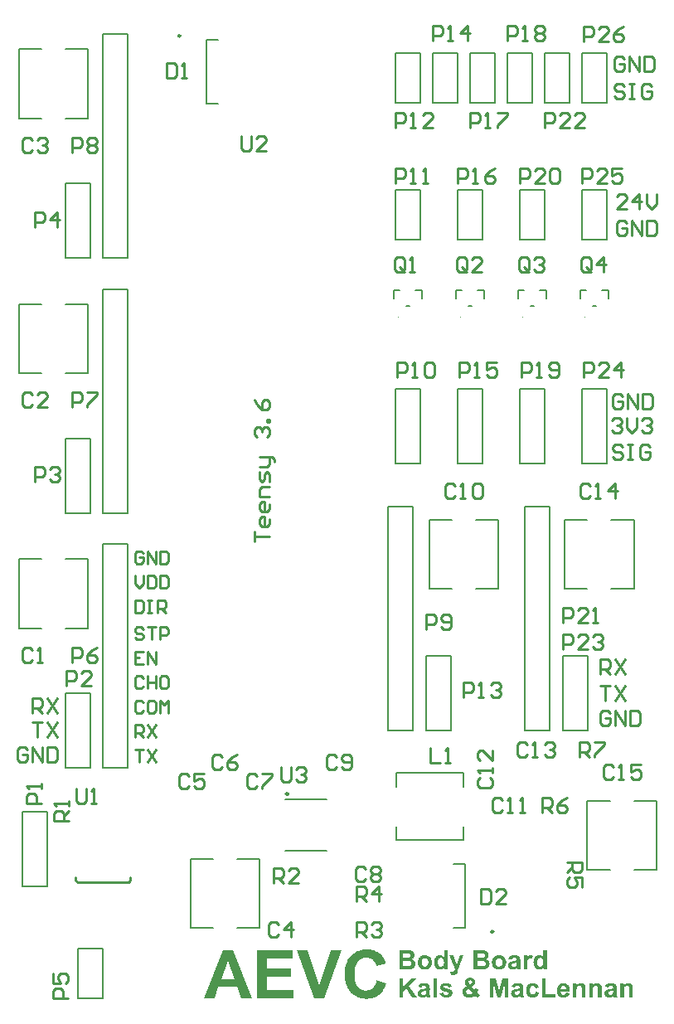
<source format=gto>
G04*
G04 #@! TF.GenerationSoftware,Altium Limited,Altium Designer,18.0.9 (584)*
G04*
G04 Layer_Color=65535*
%FSLAX25Y25*%
%MOIN*%
G70*
G01*
G75*
%ADD10C,0.00984*%
%ADD11C,0.01000*%
%ADD12C,0.00394*%
%ADD13C,0.00787*%
%ADD14C,0.00600*%
G36*
X526281Y105976D02*
X526328D01*
X526448Y105963D01*
X526588Y105936D01*
X526734Y105910D01*
X526887Y105863D01*
X527041Y105803D01*
X527047D01*
X527061Y105796D01*
X527080Y105783D01*
X527107Y105770D01*
X527180Y105736D01*
X527267Y105683D01*
X527367Y105617D01*
X527473Y105543D01*
X527567Y105457D01*
X527653Y105357D01*
X527660Y105344D01*
X527687Y105310D01*
X527720Y105250D01*
X527767Y105177D01*
X527813Y105084D01*
X527860Y104984D01*
X527906Y104864D01*
X527940Y104737D01*
Y104731D01*
X527946Y104724D01*
Y104704D01*
X527953Y104671D01*
X527960Y104638D01*
X527966Y104598D01*
X527973Y104544D01*
X527986Y104484D01*
X527993Y104418D01*
X528000Y104345D01*
X528006Y104265D01*
X528013Y104178D01*
X528020Y104078D01*
Y103978D01*
X528026Y103872D01*
Y103752D01*
Y100295D01*
X526554D01*
Y103132D01*
Y103146D01*
Y103172D01*
Y103219D01*
Y103279D01*
Y103352D01*
X526548Y103432D01*
Y103519D01*
X526541Y103612D01*
X526528Y103812D01*
X526514Y103998D01*
X526501Y104085D01*
X526488Y104165D01*
X526475Y104238D01*
X526454Y104291D01*
X526448Y104305D01*
X526435Y104338D01*
X526414Y104385D01*
X526381Y104445D01*
X526341Y104511D01*
X526288Y104578D01*
X526221Y104644D01*
X526148Y104704D01*
X526142Y104711D01*
X526108Y104731D01*
X526068Y104751D01*
X526008Y104784D01*
X525935Y104811D01*
X525848Y104831D01*
X525748Y104851D01*
X525642Y104857D01*
X525575D01*
X525502Y104844D01*
X525409Y104831D01*
X525302Y104804D01*
X525189Y104771D01*
X525069Y104718D01*
X524949Y104644D01*
X524936Y104638D01*
X524903Y104604D01*
X524849Y104558D01*
X524783Y104498D01*
X524716Y104418D01*
X524650Y104325D01*
X524590Y104218D01*
X524536Y104092D01*
Y104085D01*
X524530Y104078D01*
Y104051D01*
X524523Y104025D01*
X524510Y103985D01*
X524503Y103932D01*
X524497Y103872D01*
X524483Y103805D01*
X524476Y103718D01*
X524463Y103625D01*
X524457Y103525D01*
X524450Y103405D01*
X524443Y103279D01*
X524437Y103132D01*
X524430Y102979D01*
Y102813D01*
Y100295D01*
X522958D01*
Y105863D01*
X524323D01*
Y105044D01*
X524330Y105057D01*
X524357Y105084D01*
X524397Y105130D01*
X524457Y105190D01*
X524523Y105264D01*
X524610Y105344D01*
X524710Y105423D01*
X524823Y105517D01*
X524949Y105603D01*
X525089Y105683D01*
X525242Y105763D01*
X525402Y105836D01*
X525575Y105896D01*
X525762Y105943D01*
X525955Y105970D01*
X526155Y105983D01*
X526235D01*
X526281Y105976D01*
D02*
G37*
G36*
X513761D02*
X513807D01*
X513927Y105963D01*
X514067Y105936D01*
X514213Y105910D01*
X514367Y105863D01*
X514520Y105803D01*
X514526D01*
X514540Y105796D01*
X514560Y105783D01*
X514586Y105770D01*
X514660Y105736D01*
X514746Y105683D01*
X514846Y105617D01*
X514953Y105543D01*
X515046Y105457D01*
X515133Y105357D01*
X515139Y105344D01*
X515166Y105310D01*
X515199Y105250D01*
X515246Y105177D01*
X515292Y105084D01*
X515339Y104984D01*
X515386Y104864D01*
X515419Y104737D01*
Y104731D01*
X515425Y104724D01*
Y104704D01*
X515432Y104671D01*
X515439Y104638D01*
X515446Y104598D01*
X515452Y104544D01*
X515465Y104484D01*
X515472Y104418D01*
X515479Y104345D01*
X515485Y104265D01*
X515492Y104178D01*
X515499Y104078D01*
Y103978D01*
X515506Y103872D01*
Y103752D01*
Y100295D01*
X514034D01*
Y103132D01*
Y103146D01*
Y103172D01*
Y103219D01*
Y103279D01*
Y103352D01*
X514027Y103432D01*
Y103519D01*
X514020Y103612D01*
X514007Y103812D01*
X513994Y103998D01*
X513980Y104085D01*
X513967Y104165D01*
X513954Y104238D01*
X513934Y104291D01*
X513927Y104305D01*
X513914Y104338D01*
X513894Y104385D01*
X513860Y104445D01*
X513821Y104511D01*
X513767Y104578D01*
X513701Y104644D01*
X513627Y104704D01*
X513621Y104711D01*
X513587Y104731D01*
X513547Y104751D01*
X513487Y104784D01*
X513414Y104811D01*
X513328Y104831D01*
X513228Y104851D01*
X513121Y104857D01*
X513055D01*
X512981Y104844D01*
X512888Y104831D01*
X512781Y104804D01*
X512668Y104771D01*
X512548Y104718D01*
X512429Y104644D01*
X512415Y104638D01*
X512382Y104604D01*
X512329Y104558D01*
X512262Y104498D01*
X512195Y104418D01*
X512129Y104325D01*
X512069Y104218D01*
X512016Y104092D01*
Y104085D01*
X512009Y104078D01*
Y104051D01*
X512002Y104025D01*
X511989Y103985D01*
X511982Y103932D01*
X511976Y103872D01*
X511962Y103805D01*
X511956Y103718D01*
X511942Y103625D01*
X511936Y103525D01*
X511929Y103405D01*
X511922Y103279D01*
X511916Y103132D01*
X511909Y102979D01*
Y102813D01*
Y100295D01*
X510437D01*
Y105863D01*
X511802D01*
Y105044D01*
X511809Y105057D01*
X511836Y105084D01*
X511876Y105130D01*
X511936Y105190D01*
X512002Y105264D01*
X512089Y105344D01*
X512189Y105423D01*
X512302Y105517D01*
X512429Y105603D01*
X512568Y105683D01*
X512722Y105763D01*
X512881Y105836D01*
X513055Y105896D01*
X513241Y105943D01*
X513434Y105970D01*
X513634Y105983D01*
X513714D01*
X513761Y105976D01*
D02*
G37*
G36*
X507207D02*
X507254D01*
X507374Y105963D01*
X507514Y105936D01*
X507660Y105910D01*
X507813Y105863D01*
X507966Y105803D01*
X507973D01*
X507986Y105796D01*
X508006Y105783D01*
X508033Y105770D01*
X508106Y105736D01*
X508193Y105683D01*
X508293Y105617D01*
X508399Y105543D01*
X508493Y105457D01*
X508579Y105357D01*
X508586Y105344D01*
X508612Y105310D01*
X508646Y105250D01*
X508692Y105177D01*
X508739Y105084D01*
X508785Y104984D01*
X508832Y104864D01*
X508865Y104737D01*
Y104731D01*
X508872Y104724D01*
Y104704D01*
X508879Y104671D01*
X508885Y104638D01*
X508892Y104598D01*
X508899Y104544D01*
X508912Y104484D01*
X508919Y104418D01*
X508925Y104345D01*
X508932Y104265D01*
X508939Y104178D01*
X508945Y104078D01*
Y103978D01*
X508952Y103872D01*
Y103752D01*
Y100295D01*
X507480D01*
Y103132D01*
Y103146D01*
Y103172D01*
Y103219D01*
Y103279D01*
Y103352D01*
X507474Y103432D01*
Y103519D01*
X507467Y103612D01*
X507453Y103812D01*
X507440Y103998D01*
X507427Y104085D01*
X507414Y104165D01*
X507400Y104238D01*
X507380Y104291D01*
X507374Y104305D01*
X507360Y104338D01*
X507340Y104385D01*
X507307Y104445D01*
X507267Y104511D01*
X507214Y104578D01*
X507147Y104644D01*
X507074Y104704D01*
X507067Y104711D01*
X507034Y104731D01*
X506994Y104751D01*
X506934Y104784D01*
X506861Y104811D01*
X506774Y104831D01*
X506674Y104851D01*
X506568Y104857D01*
X506501D01*
X506428Y104844D01*
X506335Y104831D01*
X506228Y104804D01*
X506115Y104771D01*
X505995Y104718D01*
X505875Y104644D01*
X505862Y104638D01*
X505829Y104604D01*
X505775Y104558D01*
X505709Y104498D01*
X505642Y104418D01*
X505575Y104325D01*
X505515Y104218D01*
X505462Y104092D01*
Y104085D01*
X505455Y104078D01*
Y104051D01*
X505449Y104025D01*
X505436Y103985D01*
X505429Y103932D01*
X505422Y103872D01*
X505409Y103805D01*
X505402Y103718D01*
X505389Y103625D01*
X505382Y103525D01*
X505376Y103405D01*
X505369Y103279D01*
X505362Y103132D01*
X505356Y102979D01*
Y102813D01*
Y100295D01*
X503884D01*
Y105863D01*
X505249D01*
Y105044D01*
X505256Y105057D01*
X505282Y105084D01*
X505322Y105130D01*
X505382Y105190D01*
X505449Y105264D01*
X505535Y105344D01*
X505635Y105423D01*
X505749Y105517D01*
X505875Y105603D01*
X506015Y105683D01*
X506168Y105763D01*
X506328Y105836D01*
X506501Y105896D01*
X506688Y105943D01*
X506881Y105970D01*
X507081Y105983D01*
X507161D01*
X507207Y105976D01*
D02*
G37*
G36*
X438023Y104984D02*
X441073Y100295D01*
X439069D01*
X436957Y103898D01*
X435705Y102613D01*
Y100295D01*
X434154D01*
Y107974D01*
X435705D01*
Y104564D01*
X438829Y107974D01*
X440913D01*
X438023Y104984D01*
D02*
G37*
G36*
X453035Y105976D02*
X453128Y105970D01*
X453241Y105963D01*
X453361Y105950D01*
X453487Y105936D01*
X453761Y105890D01*
X454040Y105823D01*
X454180Y105783D01*
X454307Y105736D01*
X454427Y105677D01*
X454540Y105610D01*
X454546Y105603D01*
X454566Y105590D01*
X454593Y105570D01*
X454633Y105543D01*
X454673Y105503D01*
X454726Y105457D01*
X454786Y105397D01*
X454846Y105330D01*
X454913Y105257D01*
X454973Y105177D01*
X455039Y105090D01*
X455099Y104991D01*
X455159Y104884D01*
X455219Y104764D01*
X455266Y104644D01*
X455312Y104511D01*
X453927Y104251D01*
Y104258D01*
X453920Y104265D01*
X453907Y104305D01*
X453887Y104365D01*
X453847Y104431D01*
X453801Y104511D01*
X453741Y104598D01*
X453667Y104671D01*
X453581Y104744D01*
X453568Y104751D01*
X453534Y104771D01*
X453481Y104804D01*
X453401Y104837D01*
X453301Y104864D01*
X453181Y104897D01*
X453035Y104917D01*
X452875Y104924D01*
X452782D01*
X452735Y104917D01*
X452682D01*
X452555Y104904D01*
X452415Y104884D01*
X452282Y104851D01*
X452149Y104811D01*
X452096Y104784D01*
X452042Y104757D01*
X452036Y104751D01*
X452016Y104737D01*
X451989Y104711D01*
X451962Y104678D01*
X451929Y104638D01*
X451902Y104584D01*
X451883Y104524D01*
X451876Y104458D01*
Y104451D01*
Y104431D01*
X451883Y104404D01*
X451896Y104365D01*
X451909Y104325D01*
X451936Y104278D01*
X451976Y104238D01*
X452022Y104191D01*
X452036Y104185D01*
X452049Y104178D01*
X452069Y104165D01*
X452102Y104151D01*
X452142Y104131D01*
X452202Y104112D01*
X452269Y104085D01*
X452349Y104058D01*
X452442Y104025D01*
X452549Y103992D01*
X452682Y103958D01*
X452828Y103918D01*
X452995Y103872D01*
X453181Y103825D01*
X453388Y103779D01*
X453401D01*
X453441Y103765D01*
X453501Y103752D01*
X453581Y103732D01*
X453674Y103705D01*
X453787Y103672D01*
X453907Y103639D01*
X454034Y103599D01*
X454307Y103505D01*
X454580Y103392D01*
X454706Y103332D01*
X454826Y103266D01*
X454939Y103199D01*
X455033Y103126D01*
X455039Y103119D01*
X455053Y103106D01*
X455073Y103086D01*
X455106Y103052D01*
X455139Y103013D01*
X455179Y102966D01*
X455226Y102906D01*
X455266Y102839D01*
X455312Y102766D01*
X455352Y102686D01*
X455392Y102600D01*
X455426Y102500D01*
X455459Y102393D01*
X455479Y102280D01*
X455492Y102160D01*
X455499Y102033D01*
Y102027D01*
Y102000D01*
X455492Y101960D01*
Y101907D01*
X455479Y101840D01*
X455466Y101760D01*
X455446Y101674D01*
X455419Y101581D01*
X455386Y101481D01*
X455346Y101374D01*
X455292Y101268D01*
X455232Y101154D01*
X455159Y101041D01*
X455073Y100928D01*
X454973Y100821D01*
X454859Y100715D01*
X454853Y100708D01*
X454833Y100695D01*
X454793Y100662D01*
X454740Y100628D01*
X454673Y100588D01*
X454593Y100542D01*
X454493Y100495D01*
X454387Y100442D01*
X454260Y100389D01*
X454120Y100342D01*
X453960Y100295D01*
X453794Y100255D01*
X453607Y100222D01*
X453408Y100195D01*
X453195Y100175D01*
X452968Y100169D01*
X452861D01*
X452782Y100175D01*
X452682Y100182D01*
X452575Y100195D01*
X452449Y100209D01*
X452315Y100229D01*
X452176Y100249D01*
X452029Y100282D01*
X451876Y100315D01*
X451729Y100362D01*
X451576Y100415D01*
X451430Y100475D01*
X451296Y100548D01*
X451163Y100628D01*
X451157Y100635D01*
X451136Y100648D01*
X451103Y100675D01*
X451057Y100715D01*
X451003Y100761D01*
X450943Y100815D01*
X450877Y100881D01*
X450810Y100955D01*
X450737Y101041D01*
X450664Y101134D01*
X450590Y101241D01*
X450524Y101348D01*
X450457Y101467D01*
X450397Y101601D01*
X450344Y101734D01*
X450304Y101880D01*
X451783Y102107D01*
Y102100D01*
X451789Y102087D01*
X451796Y102067D01*
X451802Y102033D01*
X451829Y101960D01*
X451862Y101860D01*
X451916Y101760D01*
X451982Y101647D01*
X452062Y101547D01*
X452162Y101454D01*
X452169D01*
X452176Y101447D01*
X452215Y101421D01*
X452282Y101388D01*
X452369Y101348D01*
X452482Y101301D01*
X452622Y101268D01*
X452782Y101241D01*
X452968Y101234D01*
X453021D01*
X453061Y101241D01*
X453108D01*
X453161Y101248D01*
X453288Y101261D01*
X453428Y101288D01*
X453568Y101321D01*
X453701Y101374D01*
X453821Y101441D01*
X453827Y101447D01*
X453854Y101467D01*
X453887Y101501D01*
X453920Y101547D01*
X453960Y101601D01*
X453987Y101667D01*
X454014Y101747D01*
X454020Y101834D01*
Y101840D01*
Y101860D01*
X454014Y101894D01*
X454007Y101934D01*
X453994Y101974D01*
X453974Y102020D01*
X453947Y102067D01*
X453914Y102113D01*
X453907Y102120D01*
X453887Y102133D01*
X453861Y102153D01*
X453807Y102173D01*
X453741Y102207D01*
X453661Y102240D01*
X453554Y102273D01*
X453421Y102307D01*
X453414D01*
X453401Y102313D01*
X453374Y102320D01*
X453341Y102327D01*
X453301Y102333D01*
X453254Y102347D01*
X453201Y102360D01*
X453135Y102373D01*
X452995Y102407D01*
X452835Y102446D01*
X452655Y102493D01*
X452475Y102546D01*
X452089Y102653D01*
X451902Y102713D01*
X451716Y102773D01*
X451549Y102833D01*
X451396Y102899D01*
X451270Y102959D01*
X451210Y102993D01*
X451163Y103019D01*
X451157Y103026D01*
X451136Y103039D01*
X451103Y103066D01*
X451063Y103106D01*
X451010Y103146D01*
X450957Y103206D01*
X450897Y103272D01*
X450837Y103346D01*
X450777Y103432D01*
X450717Y103525D01*
X450664Y103625D01*
X450610Y103738D01*
X450570Y103858D01*
X450537Y103992D01*
X450517Y104125D01*
X450511Y104271D01*
Y104278D01*
Y104305D01*
X450517Y104345D01*
Y104391D01*
X450530Y104458D01*
X450544Y104524D01*
X450557Y104611D01*
X450584Y104698D01*
X450610Y104791D01*
X450650Y104891D01*
X450697Y104991D01*
X450750Y105090D01*
X450817Y105197D01*
X450890Y105297D01*
X450977Y105397D01*
X451077Y105490D01*
X451083Y105497D01*
X451103Y105510D01*
X451136Y105537D01*
X451183Y105570D01*
X451243Y105603D01*
X451323Y105643D01*
X451410Y105690D01*
X451516Y105736D01*
X451629Y105783D01*
X451763Y105830D01*
X451909Y105870D01*
X452069Y105903D01*
X452242Y105936D01*
X452429Y105963D01*
X452628Y105976D01*
X452848Y105983D01*
X452955D01*
X453035Y105976D01*
D02*
G37*
G36*
X487946D02*
X488033Y105970D01*
X488133Y105963D01*
X488239Y105950D01*
X488359Y105930D01*
X488486Y105903D01*
X488619Y105876D01*
X488752Y105843D01*
X488885Y105796D01*
X489019Y105750D01*
X489152Y105690D01*
X489272Y105623D01*
X489392Y105543D01*
X489398Y105537D01*
X489418Y105523D01*
X489452Y105497D01*
X489492Y105463D01*
X489538Y105417D01*
X489598Y105357D01*
X489658Y105290D01*
X489725Y105210D01*
X489798Y105124D01*
X489864Y105024D01*
X489938Y104917D01*
X490011Y104797D01*
X490078Y104664D01*
X490144Y104524D01*
X490204Y104371D01*
X490257Y104211D01*
X488805Y103952D01*
Y103958D01*
X488799Y103972D01*
Y103992D01*
X488792Y104025D01*
X488765Y104098D01*
X488732Y104198D01*
X488686Y104305D01*
X488626Y104411D01*
X488552Y104511D01*
X488466Y104604D01*
X488452Y104611D01*
X488419Y104638D01*
X488366Y104671D01*
X488286Y104718D01*
X488193Y104757D01*
X488073Y104791D01*
X487940Y104817D01*
X487793Y104824D01*
X487740D01*
X487700Y104817D01*
X487660Y104811D01*
X487607Y104804D01*
X487480Y104778D01*
X487340Y104731D01*
X487267Y104698D01*
X487194Y104664D01*
X487120Y104618D01*
X487054Y104564D01*
X486987Y104504D01*
X486921Y104438D01*
X486914Y104431D01*
X486907Y104418D01*
X486894Y104398D01*
X486868Y104365D01*
X486847Y104325D01*
X486821Y104271D01*
X486788Y104211D01*
X486761Y104138D01*
X486728Y104058D01*
X486701Y103965D01*
X486668Y103858D01*
X486648Y103745D01*
X486628Y103619D01*
X486608Y103479D01*
X486601Y103332D01*
X486594Y103172D01*
Y103159D01*
Y103132D01*
Y103079D01*
X486601Y103013D01*
X486608Y102933D01*
X486614Y102839D01*
X486621Y102733D01*
X486634Y102626D01*
X486674Y102393D01*
X486734Y102167D01*
X486768Y102053D01*
X486814Y101954D01*
X486861Y101854D01*
X486921Y101774D01*
X486927Y101767D01*
X486934Y101754D01*
X486954Y101734D01*
X486981Y101714D01*
X487014Y101681D01*
X487054Y101647D01*
X487101Y101607D01*
X487160Y101574D01*
X487287Y101494D01*
X487440Y101434D01*
X487527Y101408D01*
X487620Y101388D01*
X487720Y101374D01*
X487820Y101367D01*
X487860D01*
X487893Y101374D01*
X487966Y101381D01*
X488066Y101394D01*
X488173Y101427D01*
X488286Y101467D01*
X488399Y101521D01*
X488506Y101601D01*
X488519Y101614D01*
X488552Y101647D01*
X488599Y101707D01*
X488626Y101747D01*
X488652Y101794D01*
X488686Y101847D01*
X488719Y101907D01*
X488746Y101974D01*
X488779Y102053D01*
X488805Y102133D01*
X488839Y102220D01*
X488865Y102320D01*
X488885Y102427D01*
X490331Y102180D01*
Y102167D01*
X490317Y102133D01*
X490304Y102087D01*
X490284Y102014D01*
X490257Y101934D01*
X490224Y101840D01*
X490184Y101734D01*
X490137Y101621D01*
X490084Y101501D01*
X490018Y101374D01*
X489951Y101248D01*
X489871Y101121D01*
X489784Y101001D01*
X489685Y100888D01*
X489578Y100775D01*
X489465Y100675D01*
X489458Y100668D01*
X489438Y100655D01*
X489398Y100628D01*
X489352Y100595D01*
X489285Y100555D01*
X489205Y100515D01*
X489118Y100468D01*
X489012Y100422D01*
X488892Y100375D01*
X488765Y100329D01*
X488626Y100289D01*
X488473Y100249D01*
X488313Y100215D01*
X488133Y100189D01*
X487946Y100175D01*
X487753Y100169D01*
X487700D01*
X487633Y100175D01*
X487553Y100182D01*
X487447Y100195D01*
X487327Y100209D01*
X487194Y100235D01*
X487047Y100262D01*
X486894Y100302D01*
X486741Y100355D01*
X486574Y100415D01*
X486415Y100495D01*
X486255Y100582D01*
X486095Y100682D01*
X485942Y100801D01*
X485802Y100935D01*
X485795Y100941D01*
X485769Y100968D01*
X485735Y101015D01*
X485689Y101075D01*
X485635Y101154D01*
X485575Y101248D01*
X485509Y101361D01*
X485442Y101494D01*
X485376Y101634D01*
X485309Y101794D01*
X485249Y101967D01*
X485196Y102160D01*
X485149Y102366D01*
X485116Y102586D01*
X485089Y102819D01*
X485083Y103066D01*
Y103073D01*
Y103079D01*
Y103099D01*
Y103126D01*
X485089Y103199D01*
X485096Y103292D01*
X485103Y103412D01*
X485122Y103545D01*
X485143Y103692D01*
X485176Y103852D01*
X485209Y104018D01*
X485262Y104198D01*
X485316Y104371D01*
X485389Y104551D01*
X485469Y104731D01*
X485569Y104897D01*
X485682Y105057D01*
X485809Y105210D01*
X485815Y105217D01*
X485842Y105244D01*
X485882Y105284D01*
X485942Y105330D01*
X486015Y105390D01*
X486102Y105457D01*
X486208Y105523D01*
X486328Y105597D01*
X486461Y105670D01*
X486608Y105736D01*
X486774Y105803D01*
X486947Y105863D01*
X487134Y105910D01*
X487340Y105950D01*
X487553Y105976D01*
X487780Y105983D01*
X487880D01*
X487946Y105976D01*
D02*
G37*
G36*
X477903Y100295D02*
X476465D01*
X476458Y106336D01*
X474939Y100295D01*
X473448D01*
X471929Y106336D01*
Y100295D01*
X470491D01*
Y107974D01*
X472808D01*
X474200Y102733D01*
X475572Y107974D01*
X477903D01*
Y100295D01*
D02*
G37*
G36*
X519335Y105976D02*
X519421D01*
X519515Y105970D01*
X519615Y105963D01*
X519728Y105956D01*
X519968Y105923D01*
X520207Y105883D01*
X520327Y105856D01*
X520440Y105830D01*
X520547Y105790D01*
X520640Y105750D01*
X520647D01*
X520660Y105736D01*
X520687Y105723D01*
X520720Y105710D01*
X520760Y105683D01*
X520807Y105657D01*
X520907Y105590D01*
X521020Y105503D01*
X521133Y105403D01*
X521240Y105284D01*
X521286Y105224D01*
X521326Y105157D01*
Y105150D01*
X521333Y105137D01*
X521346Y105117D01*
X521360Y105084D01*
X521373Y105044D01*
X521393Y104991D01*
X521406Y104931D01*
X521426Y104857D01*
X521446Y104771D01*
X521466Y104678D01*
X521480Y104571D01*
X521493Y104451D01*
X521506Y104318D01*
X521519Y104171D01*
X521526Y104012D01*
Y103838D01*
X521506Y102120D01*
Y102113D01*
Y102087D01*
Y102053D01*
Y102000D01*
Y101940D01*
X521513Y101867D01*
Y101794D01*
Y101707D01*
X521519Y101534D01*
X521533Y101354D01*
X521553Y101181D01*
X521559Y101108D01*
X521573Y101034D01*
Y101028D01*
X521579Y101021D01*
Y101001D01*
X521586Y100975D01*
X521606Y100901D01*
X521633Y100815D01*
X521673Y100701D01*
X521719Y100575D01*
X521772Y100442D01*
X521839Y100295D01*
X520381D01*
Y100302D01*
X520367Y100322D01*
X520354Y100355D01*
X520341Y100402D01*
X520321Y100468D01*
X520294Y100542D01*
X520267Y100628D01*
X520234Y100728D01*
Y100735D01*
X520227Y100748D01*
X520221Y100775D01*
X520214Y100801D01*
X520201Y100855D01*
X520187Y100881D01*
X520181Y100901D01*
X520174Y100895D01*
X520161Y100888D01*
X520141Y100868D01*
X520114Y100841D01*
X520081Y100808D01*
X520041Y100775D01*
X519941Y100695D01*
X519821Y100608D01*
X519681Y100515D01*
X519535Y100428D01*
X519375Y100349D01*
X519368D01*
X519355Y100342D01*
X519335Y100335D01*
X519302Y100322D01*
X519262Y100309D01*
X519215Y100289D01*
X519162Y100275D01*
X519102Y100262D01*
X518962Y100229D01*
X518809Y100195D01*
X518636Y100175D01*
X518456Y100169D01*
X518376D01*
X518316Y100175D01*
X518243Y100182D01*
X518156Y100195D01*
X518063Y100209D01*
X517963Y100229D01*
X517856Y100249D01*
X517750Y100282D01*
X517637Y100322D01*
X517523Y100368D01*
X517410Y100422D01*
X517304Y100482D01*
X517204Y100555D01*
X517104Y100635D01*
X517097Y100642D01*
X517084Y100655D01*
X517057Y100682D01*
X517024Y100722D01*
X516991Y100768D01*
X516951Y100821D01*
X516904Y100881D01*
X516857Y100955D01*
X516811Y101041D01*
X516764Y101128D01*
X516724Y101228D01*
X516691Y101328D01*
X516658Y101441D01*
X516631Y101561D01*
X516618Y101681D01*
X516611Y101814D01*
Y101820D01*
Y101834D01*
Y101860D01*
X516618Y101894D01*
Y101934D01*
X516624Y101980D01*
X516638Y102094D01*
X516664Y102220D01*
X516704Y102360D01*
X516757Y102506D01*
X516831Y102646D01*
Y102653D01*
X516844Y102660D01*
X516857Y102680D01*
X516871Y102706D01*
X516924Y102773D01*
X516997Y102859D01*
X517084Y102946D01*
X517190Y103046D01*
X517317Y103132D01*
X517463Y103212D01*
X517470D01*
X517484Y103219D01*
X517503Y103232D01*
X517537Y103246D01*
X517583Y103266D01*
X517630Y103286D01*
X517690Y103306D01*
X517763Y103332D01*
X517843Y103359D01*
X517930Y103385D01*
X518023Y103412D01*
X518129Y103445D01*
X518243Y103472D01*
X518363Y103499D01*
X518496Y103532D01*
X518636Y103559D01*
X518649D01*
X518682Y103565D01*
X518736Y103579D01*
X518802Y103592D01*
X518889Y103612D01*
X518989Y103632D01*
X519095Y103652D01*
X519208Y103679D01*
X519442Y103732D01*
X519681Y103792D01*
X519795Y103825D01*
X519901Y103858D01*
X519994Y103892D01*
X520074Y103925D01*
Y104071D01*
Y104078D01*
Y104092D01*
Y104112D01*
Y104138D01*
X520061Y104211D01*
X520048Y104305D01*
X520021Y104404D01*
X519988Y104504D01*
X519934Y104591D01*
X519861Y104671D01*
X519854Y104678D01*
X519821Y104698D01*
X519768Y104731D01*
X519728Y104744D01*
X519688Y104764D01*
X519635Y104784D01*
X519575Y104797D01*
X519515Y104817D01*
X519442Y104831D01*
X519362Y104837D01*
X519268Y104851D01*
X519175Y104857D01*
X519002D01*
X518935Y104851D01*
X518842Y104837D01*
X518749Y104817D01*
X518642Y104791D01*
X518542Y104751D01*
X518456Y104698D01*
X518449Y104691D01*
X518423Y104671D01*
X518383Y104631D01*
X518329Y104571D01*
X518276Y104498D01*
X518216Y104404D01*
X518156Y104291D01*
X518103Y104158D01*
X516764Y104398D01*
Y104404D01*
X516778Y104431D01*
X516791Y104478D01*
X516804Y104531D01*
X516831Y104598D01*
X516864Y104671D01*
X516897Y104757D01*
X516944Y104851D01*
X516991Y104944D01*
X517051Y105044D01*
X517110Y105144D01*
X517184Y105244D01*
X517264Y105337D01*
X517344Y105430D01*
X517437Y105510D01*
X517537Y105590D01*
X517543Y105597D01*
X517563Y105610D01*
X517597Y105623D01*
X517643Y105650D01*
X517697Y105683D01*
X517770Y105717D01*
X517850Y105750D01*
X517950Y105790D01*
X518056Y105823D01*
X518183Y105856D01*
X518316Y105890D01*
X518463Y105923D01*
X518622Y105950D01*
X518795Y105963D01*
X518975Y105976D01*
X519175Y105983D01*
X519268D01*
X519335Y105976D01*
D02*
G37*
G36*
X492981Y101594D02*
X496831D01*
Y100295D01*
X491430D01*
Y107914D01*
X492981D01*
Y101594D01*
D02*
G37*
G36*
X481773Y105976D02*
X481859D01*
X481952Y105970D01*
X482052Y105963D01*
X482165Y105956D01*
X482405Y105923D01*
X482645Y105883D01*
X482765Y105856D01*
X482878Y105830D01*
X482985Y105790D01*
X483078Y105750D01*
X483085D01*
X483098Y105736D01*
X483124Y105723D01*
X483158Y105710D01*
X483198Y105683D01*
X483244Y105657D01*
X483344Y105590D01*
X483458Y105503D01*
X483571Y105403D01*
X483677Y105284D01*
X483724Y105224D01*
X483764Y105157D01*
Y105150D01*
X483771Y105137D01*
X483784Y105117D01*
X483797Y105084D01*
X483811Y105044D01*
X483830Y104991D01*
X483844Y104931D01*
X483864Y104857D01*
X483884Y104771D01*
X483904Y104678D01*
X483917Y104571D01*
X483930Y104451D01*
X483944Y104318D01*
X483957Y104171D01*
X483964Y104012D01*
Y103838D01*
X483944Y102120D01*
Y102113D01*
Y102087D01*
Y102053D01*
Y102000D01*
Y101940D01*
X483950Y101867D01*
Y101794D01*
Y101707D01*
X483957Y101534D01*
X483970Y101354D01*
X483990Y101181D01*
X483997Y101108D01*
X484010Y101034D01*
Y101028D01*
X484017Y101021D01*
Y101001D01*
X484024Y100975D01*
X484044Y100901D01*
X484070Y100815D01*
X484110Y100701D01*
X484157Y100575D01*
X484210Y100442D01*
X484277Y100295D01*
X482818D01*
Y100302D01*
X482805Y100322D01*
X482792Y100355D01*
X482778Y100402D01*
X482758Y100468D01*
X482732Y100542D01*
X482705Y100628D01*
X482672Y100728D01*
Y100735D01*
X482665Y100748D01*
X482658Y100775D01*
X482652Y100801D01*
X482638Y100855D01*
X482625Y100881D01*
X482618Y100901D01*
X482612Y100895D01*
X482598Y100888D01*
X482578Y100868D01*
X482552Y100841D01*
X482518Y100808D01*
X482479Y100775D01*
X482379Y100695D01*
X482259Y100608D01*
X482119Y100515D01*
X481972Y100428D01*
X481812Y100349D01*
X481806D01*
X481792Y100342D01*
X481773Y100335D01*
X481739Y100322D01*
X481699Y100309D01*
X481653Y100289D01*
X481599Y100275D01*
X481539Y100262D01*
X481400Y100229D01*
X481246Y100195D01*
X481073Y100175D01*
X480893Y100169D01*
X480814D01*
X480754Y100175D01*
X480680Y100182D01*
X480594Y100195D01*
X480501Y100209D01*
X480401Y100229D01*
X480294Y100249D01*
X480188Y100282D01*
X480074Y100322D01*
X479961Y100368D01*
X479848Y100422D01*
X479741Y100482D01*
X479641Y100555D01*
X479541Y100635D01*
X479535Y100642D01*
X479522Y100655D01*
X479495Y100682D01*
X479461Y100722D01*
X479428Y100768D01*
X479388Y100821D01*
X479342Y100881D01*
X479295Y100955D01*
X479248Y101041D01*
X479202Y101128D01*
X479162Y101228D01*
X479129Y101328D01*
X479095Y101441D01*
X479069Y101561D01*
X479055Y101681D01*
X479049Y101814D01*
Y101820D01*
Y101834D01*
Y101860D01*
X479055Y101894D01*
Y101934D01*
X479062Y101980D01*
X479075Y102094D01*
X479102Y102220D01*
X479142Y102360D01*
X479195Y102506D01*
X479268Y102646D01*
Y102653D01*
X479282Y102660D01*
X479295Y102680D01*
X479308Y102706D01*
X479362Y102773D01*
X479435Y102859D01*
X479522Y102946D01*
X479628Y103046D01*
X479755Y103132D01*
X479901Y103212D01*
X479908D01*
X479921Y103219D01*
X479941Y103232D01*
X479974Y103246D01*
X480021Y103266D01*
X480068Y103286D01*
X480127Y103306D01*
X480201Y103332D01*
X480281Y103359D01*
X480367Y103385D01*
X480461Y103412D01*
X480567Y103445D01*
X480680Y103472D01*
X480800Y103499D01*
X480933Y103532D01*
X481073Y103559D01*
X481087D01*
X481120Y103565D01*
X481173Y103579D01*
X481240Y103592D01*
X481326Y103612D01*
X481426Y103632D01*
X481533Y103652D01*
X481646Y103679D01*
X481879Y103732D01*
X482119Y103792D01*
X482232Y103825D01*
X482339Y103858D01*
X482432Y103892D01*
X482512Y103925D01*
Y104071D01*
Y104078D01*
Y104092D01*
Y104112D01*
Y104138D01*
X482499Y104211D01*
X482485Y104305D01*
X482458Y104404D01*
X482425Y104504D01*
X482372Y104591D01*
X482299Y104671D01*
X482292Y104678D01*
X482259Y104698D01*
X482205Y104731D01*
X482165Y104744D01*
X482126Y104764D01*
X482072Y104784D01*
X482012Y104797D01*
X481952Y104817D01*
X481879Y104831D01*
X481799Y104837D01*
X481706Y104851D01*
X481613Y104857D01*
X481439D01*
X481373Y104851D01*
X481280Y104837D01*
X481186Y104817D01*
X481080Y104791D01*
X480980Y104751D01*
X480893Y104698D01*
X480887Y104691D01*
X480860Y104671D01*
X480820Y104631D01*
X480767Y104571D01*
X480714Y104498D01*
X480654Y104404D01*
X480594Y104291D01*
X480540Y104158D01*
X479202Y104398D01*
Y104404D01*
X479215Y104431D01*
X479228Y104478D01*
X479242Y104531D01*
X479268Y104598D01*
X479302Y104671D01*
X479335Y104757D01*
X479382Y104851D01*
X479428Y104944D01*
X479488Y105044D01*
X479548Y105144D01*
X479621Y105244D01*
X479701Y105337D01*
X479781Y105430D01*
X479874Y105510D01*
X479974Y105590D01*
X479981Y105597D01*
X480001Y105610D01*
X480034Y105623D01*
X480081Y105650D01*
X480134Y105683D01*
X480207Y105717D01*
X480287Y105750D01*
X480387Y105790D01*
X480494Y105823D01*
X480620Y105856D01*
X480754Y105890D01*
X480900Y105923D01*
X481060Y105950D01*
X481233Y105963D01*
X481413Y105976D01*
X481613Y105983D01*
X481706D01*
X481773Y105976D01*
D02*
G37*
G36*
X449312Y100295D02*
X447840D01*
Y107974D01*
X449312D01*
Y100295D01*
D02*
G37*
G36*
X444204Y105976D02*
X444290D01*
X444383Y105970D01*
X444483Y105963D01*
X444596Y105956D01*
X444836Y105923D01*
X445076Y105883D01*
X445196Y105856D01*
X445309Y105830D01*
X445416Y105790D01*
X445509Y105750D01*
X445515D01*
X445529Y105736D01*
X445555Y105723D01*
X445589Y105710D01*
X445629Y105683D01*
X445675Y105657D01*
X445775Y105590D01*
X445889Y105503D01*
X446002Y105403D01*
X446108Y105284D01*
X446155Y105224D01*
X446195Y105157D01*
Y105150D01*
X446202Y105137D01*
X446215Y105117D01*
X446228Y105084D01*
X446241Y105044D01*
X446261Y104991D01*
X446275Y104931D01*
X446295Y104857D01*
X446315Y104771D01*
X446335Y104678D01*
X446348Y104571D01*
X446361Y104451D01*
X446375Y104318D01*
X446388Y104171D01*
X446395Y104012D01*
Y103838D01*
X446375Y102120D01*
Y102113D01*
Y102087D01*
Y102053D01*
Y102000D01*
Y101940D01*
X446381Y101867D01*
Y101794D01*
Y101707D01*
X446388Y101534D01*
X446401Y101354D01*
X446421Y101181D01*
X446428Y101108D01*
X446441Y101034D01*
Y101028D01*
X446448Y101021D01*
Y101001D01*
X446455Y100975D01*
X446475Y100901D01*
X446501Y100815D01*
X446541Y100701D01*
X446588Y100575D01*
X446641Y100442D01*
X446708Y100295D01*
X445249D01*
Y100302D01*
X445236Y100322D01*
X445223Y100355D01*
X445209Y100402D01*
X445189Y100468D01*
X445162Y100542D01*
X445136Y100628D01*
X445103Y100728D01*
Y100735D01*
X445096Y100748D01*
X445089Y100775D01*
X445083Y100801D01*
X445069Y100855D01*
X445056Y100881D01*
X445049Y100901D01*
X445043Y100895D01*
X445029Y100888D01*
X445009Y100868D01*
X444983Y100841D01*
X444949Y100808D01*
X444909Y100775D01*
X444810Y100695D01*
X444690Y100608D01*
X444550Y100515D01*
X444403Y100428D01*
X444243Y100349D01*
X444237D01*
X444223Y100342D01*
X444204Y100335D01*
X444170Y100322D01*
X444130Y100309D01*
X444084Y100289D01*
X444030Y100275D01*
X443970Y100262D01*
X443830Y100229D01*
X443677Y100195D01*
X443504Y100175D01*
X443324Y100169D01*
X443244D01*
X443185Y100175D01*
X443111Y100182D01*
X443025Y100195D01*
X442931Y100209D01*
X442832Y100229D01*
X442725Y100249D01*
X442618Y100282D01*
X442505Y100322D01*
X442392Y100368D01*
X442279Y100422D01*
X442172Y100482D01*
X442072Y100555D01*
X441972Y100635D01*
X441966Y100642D01*
X441952Y100655D01*
X441926Y100682D01*
X441892Y100722D01*
X441859Y100768D01*
X441819Y100821D01*
X441773Y100881D01*
X441726Y100955D01*
X441679Y101041D01*
X441633Y101128D01*
X441593Y101228D01*
X441560Y101328D01*
X441526Y101441D01*
X441500Y101561D01*
X441486Y101681D01*
X441480Y101814D01*
Y101820D01*
Y101834D01*
Y101860D01*
X441486Y101894D01*
Y101934D01*
X441493Y101980D01*
X441506Y102094D01*
X441533Y102220D01*
X441573Y102360D01*
X441626Y102506D01*
X441699Y102646D01*
Y102653D01*
X441713Y102660D01*
X441726Y102680D01*
X441739Y102706D01*
X441793Y102773D01*
X441866Y102859D01*
X441952Y102946D01*
X442059Y103046D01*
X442185Y103132D01*
X442332Y103212D01*
X442339D01*
X442352Y103219D01*
X442372Y103232D01*
X442405Y103246D01*
X442452Y103266D01*
X442498Y103286D01*
X442558Y103306D01*
X442632Y103332D01*
X442712Y103359D01*
X442798Y103385D01*
X442892Y103412D01*
X442998Y103445D01*
X443111Y103472D01*
X443231Y103499D01*
X443364Y103532D01*
X443504Y103559D01*
X443517D01*
X443551Y103565D01*
X443604Y103579D01*
X443671Y103592D01*
X443757Y103612D01*
X443857Y103632D01*
X443964Y103652D01*
X444077Y103679D01*
X444310Y103732D01*
X444550Y103792D01*
X444663Y103825D01*
X444770Y103858D01*
X444863Y103892D01*
X444943Y103925D01*
Y104071D01*
Y104078D01*
Y104092D01*
Y104112D01*
Y104138D01*
X444929Y104211D01*
X444916Y104305D01*
X444889Y104404D01*
X444856Y104504D01*
X444803Y104591D01*
X444730Y104671D01*
X444723Y104678D01*
X444690Y104698D01*
X444636Y104731D01*
X444596Y104744D01*
X444557Y104764D01*
X444503Y104784D01*
X444443Y104797D01*
X444383Y104817D01*
X444310Y104831D01*
X444230Y104837D01*
X444137Y104851D01*
X444044Y104857D01*
X443870D01*
X443804Y104851D01*
X443711Y104837D01*
X443617Y104817D01*
X443511Y104791D01*
X443411Y104751D01*
X443324Y104698D01*
X443318Y104691D01*
X443291Y104671D01*
X443251Y104631D01*
X443198Y104571D01*
X443145Y104498D01*
X443085Y104404D01*
X443025Y104291D01*
X442971Y104158D01*
X441633Y104398D01*
Y104404D01*
X441646Y104431D01*
X441659Y104478D01*
X441673Y104531D01*
X441699Y104598D01*
X441733Y104671D01*
X441766Y104757D01*
X441813Y104851D01*
X441859Y104944D01*
X441919Y105044D01*
X441979Y105144D01*
X442052Y105244D01*
X442132Y105337D01*
X442212Y105430D01*
X442305Y105510D01*
X442405Y105590D01*
X442412Y105597D01*
X442432Y105610D01*
X442465Y105623D01*
X442512Y105650D01*
X442565Y105683D01*
X442638Y105717D01*
X442718Y105750D01*
X442818Y105790D01*
X442925Y105823D01*
X443051Y105856D01*
X443185Y105890D01*
X443331Y105923D01*
X443491Y105950D01*
X443664Y105963D01*
X443844Y105976D01*
X444044Y105983D01*
X444137D01*
X444204Y105976D01*
D02*
G37*
G36*
X500161D02*
X500247Y105970D01*
X500354Y105956D01*
X500474Y105936D01*
X500607Y105916D01*
X500753Y105883D01*
X500907Y105836D01*
X501067Y105783D01*
X501226Y105717D01*
X501393Y105637D01*
X501553Y105543D01*
X501713Y105430D01*
X501859Y105304D01*
X501999Y105157D01*
X502006Y105150D01*
X502032Y105117D01*
X502066Y105070D01*
X502112Y105004D01*
X502166Y104917D01*
X502225Y104811D01*
X502292Y104684D01*
X502359Y104538D01*
X502419Y104371D01*
X502485Y104185D01*
X502545Y103978D01*
X502592Y103759D01*
X502638Y103512D01*
X502672Y103246D01*
X502692Y102959D01*
Y102653D01*
X499009D01*
Y102646D01*
Y102626D01*
X499015Y102593D01*
Y102546D01*
X499022Y102486D01*
X499029Y102427D01*
X499042Y102353D01*
X499055Y102280D01*
X499102Y102113D01*
X499162Y101940D01*
X499202Y101860D01*
X499248Y101774D01*
X499302Y101700D01*
X499362Y101627D01*
X499368Y101621D01*
X499375Y101614D01*
X499395Y101594D01*
X499422Y101574D01*
X499455Y101547D01*
X499495Y101514D01*
X499595Y101447D01*
X499715Y101381D01*
X499861Y101321D01*
X500028Y101281D01*
X500114Y101274D01*
X500207Y101268D01*
X500267D01*
X500327Y101281D01*
X500407Y101294D01*
X500500Y101314D01*
X500600Y101348D01*
X500694Y101394D01*
X500787Y101454D01*
X500800Y101461D01*
X500827Y101487D01*
X500867Y101534D01*
X500920Y101601D01*
X500980Y101687D01*
X501040Y101794D01*
X501093Y101920D01*
X501147Y102067D01*
X502612Y101820D01*
Y101814D01*
X502598Y101787D01*
X502578Y101741D01*
X502558Y101687D01*
X502525Y101621D01*
X502492Y101541D01*
X502445Y101454D01*
X502392Y101361D01*
X502332Y101261D01*
X502265Y101161D01*
X502192Y101061D01*
X502112Y100961D01*
X502026Y100855D01*
X501926Y100761D01*
X501826Y100668D01*
X501713Y100588D01*
X501706Y100582D01*
X501686Y100568D01*
X501653Y100548D01*
X501606Y100522D01*
X501546Y100488D01*
X501473Y100455D01*
X501386Y100415D01*
X501293Y100382D01*
X501186Y100342D01*
X501073Y100302D01*
X500947Y100269D01*
X500813Y100235D01*
X500667Y100209D01*
X500514Y100189D01*
X500354Y100175D01*
X500187Y100169D01*
X500128D01*
X500088Y100175D01*
X500048D01*
X499948Y100182D01*
X499828Y100195D01*
X499695Y100222D01*
X499541Y100249D01*
X499375Y100289D01*
X499208Y100335D01*
X499029Y100402D01*
X498849Y100475D01*
X498676Y100568D01*
X498502Y100675D01*
X498336Y100801D01*
X498183Y100948D01*
X498043Y101114D01*
X498036Y101121D01*
X498023Y101148D01*
X497990Y101194D01*
X497956Y101254D01*
X497916Y101328D01*
X497870Y101414D01*
X497823Y101521D01*
X497770Y101641D01*
X497717Y101774D01*
X497670Y101914D01*
X497623Y102074D01*
X497583Y102247D01*
X497550Y102427D01*
X497523Y102620D01*
X497504Y102819D01*
X497497Y103033D01*
Y103039D01*
Y103046D01*
Y103066D01*
Y103093D01*
X497504Y103166D01*
X497510Y103259D01*
X497517Y103379D01*
X497537Y103512D01*
X497557Y103659D01*
X497590Y103818D01*
X497623Y103992D01*
X497670Y104165D01*
X497730Y104345D01*
X497803Y104524D01*
X497883Y104704D01*
X497976Y104877D01*
X498090Y105044D01*
X498216Y105197D01*
X498223Y105204D01*
X498249Y105230D01*
X498289Y105270D01*
X498349Y105317D01*
X498416Y105377D01*
X498502Y105444D01*
X498602Y105517D01*
X498716Y105590D01*
X498842Y105663D01*
X498982Y105736D01*
X499128Y105803D01*
X499295Y105863D01*
X499462Y105910D01*
X499648Y105950D01*
X499841Y105976D01*
X500041Y105983D01*
X500094D01*
X500161Y105976D01*
D02*
G37*
G36*
X462752Y108101D02*
X462831Y108094D01*
X462931Y108081D01*
X463038Y108068D01*
X463151Y108041D01*
X463271Y108014D01*
X463398Y107981D01*
X463531Y107941D01*
X463657Y107894D01*
X463784Y107834D01*
X463910Y107761D01*
X464030Y107688D01*
X464137Y107595D01*
X464144Y107588D01*
X464163Y107575D01*
X464190Y107541D01*
X464223Y107501D01*
X464270Y107455D01*
X464317Y107395D01*
X464370Y107328D01*
X464423Y107248D01*
X464470Y107162D01*
X464523Y107069D01*
X464570Y106969D01*
X464616Y106862D01*
X464650Y106742D01*
X464676Y106622D01*
X464696Y106489D01*
X464703Y106356D01*
Y106349D01*
Y106336D01*
Y106309D01*
X464696Y106276D01*
Y106236D01*
X464690Y106189D01*
X464670Y106076D01*
X464636Y105936D01*
X464583Y105790D01*
X464516Y105637D01*
X464423Y105477D01*
Y105470D01*
X464410Y105457D01*
X464390Y105437D01*
X464370Y105403D01*
X464337Y105364D01*
X464290Y105317D01*
X464243Y105264D01*
X464184Y105204D01*
X464110Y105137D01*
X464030Y105064D01*
X463944Y104984D01*
X463837Y104904D01*
X463724Y104811D01*
X463597Y104724D01*
X463464Y104631D01*
X463311Y104531D01*
X464370Y103112D01*
Y103119D01*
X464377Y103126D01*
X464390Y103146D01*
X464403Y103172D01*
X464417Y103206D01*
X464437Y103246D01*
X464483Y103346D01*
X464530Y103472D01*
X464583Y103619D01*
X464636Y103785D01*
X464690Y103978D01*
X466022Y103685D01*
Y103679D01*
X466015Y103652D01*
X466002Y103619D01*
X465988Y103572D01*
X465968Y103512D01*
X465948Y103445D01*
X465928Y103372D01*
X465902Y103292D01*
X465848Y103126D01*
X465789Y102953D01*
X465735Y102793D01*
X465702Y102719D01*
X465675Y102653D01*
Y102646D01*
X465669Y102640D01*
X465649Y102600D01*
X465622Y102540D01*
X465582Y102460D01*
X465535Y102373D01*
X465482Y102287D01*
X465422Y102193D01*
X465362Y102107D01*
X465376Y102094D01*
X465409Y102067D01*
X465462Y102020D01*
X465535Y101954D01*
X465622Y101880D01*
X465735Y101794D01*
X465855Y101700D01*
X465995Y101601D01*
X466002D01*
X466015Y101587D01*
X466035Y101574D01*
X466062Y101554D01*
X466128Y101507D01*
X466215Y101454D01*
X466308Y101394D01*
X466408Y101334D01*
X466495Y101274D01*
X466574Y101234D01*
X465682Y100095D01*
X465675Y100102D01*
X465655Y100109D01*
X465615Y100129D01*
X465569Y100155D01*
X465516Y100189D01*
X465442Y100229D01*
X465369Y100275D01*
X465282Y100329D01*
X465189Y100389D01*
X465089Y100455D01*
X464876Y100602D01*
X464656Y100782D01*
X464430Y100981D01*
X464423Y100975D01*
X464410Y100961D01*
X464383Y100941D01*
X464350Y100915D01*
X464303Y100875D01*
X464257Y100835D01*
X464197Y100788D01*
X464130Y100742D01*
X463984Y100642D01*
X463817Y100535D01*
X463631Y100442D01*
X463438Y100355D01*
X463431D01*
X463411Y100349D01*
X463384Y100335D01*
X463344Y100329D01*
X463291Y100309D01*
X463231Y100295D01*
X463165Y100275D01*
X463085Y100262D01*
X462998Y100242D01*
X462905Y100222D01*
X462798Y100209D01*
X462692Y100195D01*
X462452Y100169D01*
X462192Y100162D01*
X462092D01*
X462052Y100169D01*
X461959Y100175D01*
X461839Y100189D01*
X461699Y100202D01*
X461546Y100229D01*
X461386Y100262D01*
X461213Y100309D01*
X461033Y100362D01*
X460853Y100422D01*
X460674Y100502D01*
X460500Y100595D01*
X460334Y100701D01*
X460174Y100828D01*
X460034Y100968D01*
X460028Y100975D01*
X460008Y100995D01*
X459981Y101028D01*
X459948Y101075D01*
X459908Y101134D01*
X459855Y101208D01*
X459808Y101288D01*
X459755Y101381D01*
X459701Y101481D01*
X459655Y101587D01*
X459608Y101707D01*
X459561Y101834D01*
X459528Y101967D01*
X459502Y102107D01*
X459481Y102253D01*
X459475Y102400D01*
Y102407D01*
Y102433D01*
Y102473D01*
X459481Y102526D01*
X459488Y102586D01*
X459502Y102666D01*
X459515Y102753D01*
X459528Y102846D01*
X459555Y102946D01*
X459581Y103046D01*
X459615Y103159D01*
X459661Y103272D01*
X459708Y103385D01*
X459768Y103499D01*
X459834Y103612D01*
X459914Y103725D01*
X459921Y103732D01*
X459934Y103752D01*
X459961Y103785D01*
X459994Y103825D01*
X460041Y103878D01*
X460101Y103938D01*
X460168Y104005D01*
X460247Y104078D01*
X460334Y104151D01*
X460427Y104238D01*
X460540Y104325D01*
X460654Y104411D01*
X460787Y104498D01*
X460927Y104584D01*
X461073Y104671D01*
X461233Y104751D01*
X461227Y104757D01*
X461213Y104771D01*
X461193Y104797D01*
X461166Y104831D01*
X461133Y104871D01*
X461093Y104924D01*
X461007Y105037D01*
X460913Y105170D01*
X460814Y105324D01*
X460720Y105477D01*
X460634Y105637D01*
Y105643D01*
X460627Y105657D01*
X460614Y105677D01*
X460607Y105710D01*
X460587Y105750D01*
X460574Y105790D01*
X460540Y105896D01*
X460500Y106016D01*
X460474Y106156D01*
X460447Y106296D01*
X460441Y106436D01*
Y106442D01*
Y106469D01*
X460447Y106502D01*
Y106556D01*
X460461Y106616D01*
X460467Y106682D01*
X460487Y106762D01*
X460507Y106849D01*
X460540Y106935D01*
X460574Y107035D01*
X460620Y107128D01*
X460674Y107228D01*
X460740Y107328D01*
X460814Y107428D01*
X460893Y107528D01*
X460993Y107621D01*
X461000Y107628D01*
X461020Y107641D01*
X461053Y107668D01*
X461100Y107694D01*
X461153Y107735D01*
X461227Y107774D01*
X461306Y107821D01*
X461400Y107868D01*
X461506Y107908D01*
X461626Y107954D01*
X461759Y107994D01*
X461899Y108034D01*
X462052Y108061D01*
X462219Y108088D01*
X462399Y108101D01*
X462585Y108107D01*
X462678D01*
X462752Y108101D01*
D02*
G37*
G36*
X493488Y111516D02*
X492122D01*
Y112328D01*
X492115Y112322D01*
X492109Y112308D01*
X492089Y112282D01*
X492062Y112248D01*
X492029Y112208D01*
X491989Y112168D01*
X491889Y112062D01*
X491769Y111949D01*
X491636Y111829D01*
X491476Y111722D01*
X491310Y111622D01*
X491303D01*
X491290Y111616D01*
X491263Y111602D01*
X491230Y111589D01*
X491190Y111569D01*
X491137Y111549D01*
X491083Y111529D01*
X491023Y111509D01*
X490883Y111462D01*
X490724Y111429D01*
X490550Y111402D01*
X490377Y111389D01*
X490337D01*
X490284Y111396D01*
X490217Y111402D01*
X490131Y111416D01*
X490038Y111429D01*
X489931Y111456D01*
X489811Y111489D01*
X489685Y111529D01*
X489551Y111576D01*
X489418Y111642D01*
X489278Y111716D01*
X489139Y111802D01*
X488999Y111909D01*
X488865Y112029D01*
X488732Y112162D01*
X488726Y112168D01*
X488706Y112195D01*
X488672Y112242D01*
X488626Y112302D01*
X488572Y112381D01*
X488519Y112481D01*
X488459Y112595D01*
X488393Y112721D01*
X488333Y112868D01*
X488266Y113028D01*
X488213Y113201D01*
X488160Y113394D01*
X488113Y113600D01*
X488080Y113827D01*
X488060Y114060D01*
X488053Y114313D01*
Y114320D01*
Y114326D01*
Y114346D01*
Y114373D01*
Y114406D01*
X488060Y114446D01*
X488066Y114546D01*
X488073Y114666D01*
X488086Y114799D01*
X488106Y114952D01*
X488133Y115112D01*
X488173Y115285D01*
X488213Y115459D01*
X488266Y115638D01*
X488333Y115818D01*
X488406Y115991D01*
X488492Y116164D01*
X488599Y116318D01*
X488712Y116464D01*
X488719Y116471D01*
X488746Y116497D01*
X488779Y116531D01*
X488832Y116577D01*
X488899Y116637D01*
X488979Y116697D01*
X489072Y116764D01*
X489172Y116837D01*
X489292Y116904D01*
X489418Y116970D01*
X489558Y117030D01*
X489705Y117090D01*
X489864Y117137D01*
X490031Y117170D01*
X490211Y117197D01*
X490397Y117203D01*
X490437D01*
X490490Y117197D01*
X490557Y117190D01*
X490637Y117177D01*
X490730Y117163D01*
X490837Y117137D01*
X490950Y117104D01*
X491070Y117063D01*
X491203Y117010D01*
X491336Y116950D01*
X491476Y116877D01*
X491609Y116784D01*
X491749Y116684D01*
X491882Y116564D01*
X492016Y116424D01*
Y119195D01*
X493488D01*
Y111516D01*
D02*
G37*
G36*
X453541D02*
X452176D01*
Y112328D01*
X452169Y112322D01*
X452162Y112308D01*
X452142Y112282D01*
X452116Y112248D01*
X452082Y112208D01*
X452042Y112168D01*
X451942Y112062D01*
X451823Y111949D01*
X451689Y111829D01*
X451530Y111722D01*
X451363Y111622D01*
X451356D01*
X451343Y111616D01*
X451316Y111602D01*
X451283Y111589D01*
X451243Y111569D01*
X451190Y111549D01*
X451136Y111529D01*
X451077Y111509D01*
X450937Y111462D01*
X450777Y111429D01*
X450604Y111402D01*
X450431Y111389D01*
X450391D01*
X450337Y111396D01*
X450271Y111402D01*
X450184Y111416D01*
X450091Y111429D01*
X449984Y111456D01*
X449864Y111489D01*
X449738Y111529D01*
X449605Y111576D01*
X449472Y111642D01*
X449332Y111716D01*
X449192Y111802D01*
X449052Y111909D01*
X448919Y112029D01*
X448786Y112162D01*
X448779Y112168D01*
X448759Y112195D01*
X448726Y112242D01*
X448679Y112302D01*
X448626Y112381D01*
X448572Y112481D01*
X448513Y112595D01*
X448446Y112721D01*
X448386Y112868D01*
X448319Y113028D01*
X448266Y113201D01*
X448213Y113394D01*
X448166Y113600D01*
X448133Y113827D01*
X448113Y114060D01*
X448106Y114313D01*
Y114320D01*
Y114326D01*
Y114346D01*
Y114373D01*
Y114406D01*
X448113Y114446D01*
X448120Y114546D01*
X448126Y114666D01*
X448139Y114799D01*
X448160Y114952D01*
X448186Y115112D01*
X448226Y115285D01*
X448266Y115459D01*
X448319Y115638D01*
X448386Y115818D01*
X448459Y115991D01*
X448546Y116164D01*
X448652Y116318D01*
X448766Y116464D01*
X448772Y116471D01*
X448799Y116497D01*
X448832Y116531D01*
X448885Y116577D01*
X448952Y116637D01*
X449032Y116697D01*
X449125Y116764D01*
X449225Y116837D01*
X449345Y116904D01*
X449472Y116970D01*
X449611Y117030D01*
X449758Y117090D01*
X449918Y117137D01*
X450084Y117170D01*
X450264Y117197D01*
X450451Y117203D01*
X450491D01*
X450544Y117197D01*
X450610Y117190D01*
X450690Y117177D01*
X450784Y117163D01*
X450890Y117137D01*
X451003Y117104D01*
X451123Y117063D01*
X451256Y117010D01*
X451390Y116950D01*
X451530Y116877D01*
X451663Y116784D01*
X451802Y116684D01*
X451936Y116564D01*
X452069Y116424D01*
Y119195D01*
X453541D01*
Y111516D01*
D02*
G37*
G36*
X486861Y117197D02*
X486907D01*
X486961Y117190D01*
X487014Y117183D01*
X487081Y117170D01*
X487234Y117137D01*
X487394Y117084D01*
X487567Y117017D01*
X487747Y116924D01*
X487287Y115638D01*
X487280D01*
X487274Y115652D01*
X487254Y115658D01*
X487227Y115678D01*
X487154Y115718D01*
X487061Y115765D01*
X486954Y115805D01*
X486841Y115845D01*
X486714Y115871D01*
X486594Y115885D01*
X486541D01*
X486488Y115878D01*
X486415Y115865D01*
X486335Y115845D01*
X486241Y115811D01*
X486155Y115771D01*
X486068Y115712D01*
X486062Y115705D01*
X486035Y115678D01*
X485995Y115632D01*
X485948Y115572D01*
X485895Y115485D01*
X485835Y115378D01*
X485782Y115245D01*
X485735Y115092D01*
Y115085D01*
X485729Y115072D01*
X485722Y115046D01*
X485715Y114999D01*
X485709Y114946D01*
X485695Y114879D01*
X485689Y114793D01*
X485675Y114693D01*
X485662Y114579D01*
X485655Y114446D01*
X485642Y114293D01*
X485635Y114120D01*
X485629Y113933D01*
X485622Y113720D01*
X485615Y113487D01*
Y113234D01*
Y111516D01*
X484143D01*
Y117084D01*
X485509D01*
Y116291D01*
X485515Y116298D01*
X485522Y116318D01*
X485542Y116344D01*
X485569Y116384D01*
X485595Y116424D01*
X485635Y116477D01*
X485715Y116591D01*
X485815Y116717D01*
X485922Y116837D01*
X486028Y116944D01*
X486082Y116990D01*
X486135Y117024D01*
X486148Y117030D01*
X486181Y117050D01*
X486241Y117084D01*
X486321Y117117D01*
X486415Y117143D01*
X486521Y117177D01*
X486641Y117197D01*
X486774Y117203D01*
X486821D01*
X486861Y117197D01*
D02*
G37*
G36*
X458050Y111722D02*
X457690Y110757D01*
Y110750D01*
X457683Y110737D01*
X457670Y110710D01*
X457657Y110677D01*
X457643Y110637D01*
X457617Y110590D01*
X457570Y110483D01*
X457517Y110364D01*
X457457Y110237D01*
X457390Y110124D01*
X457324Y110017D01*
X457317Y110004D01*
X457290Y109977D01*
X457257Y109924D01*
X457210Y109871D01*
X457151Y109804D01*
X457077Y109731D01*
X457004Y109664D01*
X456917Y109598D01*
X456904Y109591D01*
X456878Y109571D01*
X456831Y109544D01*
X456764Y109504D01*
X456684Y109465D01*
X456584Y109424D01*
X456478Y109385D01*
X456358Y109351D01*
X456351D01*
X456345Y109345D01*
X456325D01*
X456298Y109338D01*
X456231Y109325D01*
X456138Y109305D01*
X456032Y109285D01*
X455905Y109271D01*
X455765Y109265D01*
X455612Y109258D01*
X455499D01*
X455459Y109265D01*
X455346Y109271D01*
X455219Y109278D01*
X455079Y109298D01*
X454933Y109318D01*
X454780Y109351D01*
X454646Y110503D01*
X454660D01*
X454680Y110497D01*
X454706Y110490D01*
X454766Y110483D01*
X454853Y110470D01*
X454946Y110457D01*
X455053Y110443D01*
X455159Y110437D01*
X455266Y110430D01*
X455312D01*
X455352Y110437D01*
X455392D01*
X455439Y110443D01*
X455552Y110470D01*
X455679Y110503D01*
X455805Y110557D01*
X455925Y110637D01*
X455978Y110683D01*
X456025Y110737D01*
Y110743D01*
X456038Y110750D01*
X456065Y110790D01*
X456112Y110856D01*
X456165Y110943D01*
X456225Y111056D01*
X456291Y111189D01*
X456351Y111336D01*
X456405Y111502D01*
X454293Y117084D01*
X455859D01*
X457184Y113128D01*
X458489Y117084D01*
X460014D01*
X458050Y111722D01*
D02*
G37*
G36*
X480574Y117197D02*
X480660D01*
X480754Y117190D01*
X480854Y117183D01*
X480967Y117177D01*
X481207Y117143D01*
X481446Y117104D01*
X481566Y117077D01*
X481679Y117050D01*
X481786Y117010D01*
X481879Y116970D01*
X481886D01*
X481899Y116957D01*
X481926Y116944D01*
X481959Y116930D01*
X481999Y116904D01*
X482046Y116877D01*
X482146Y116810D01*
X482259Y116724D01*
X482372Y116624D01*
X482479Y116504D01*
X482525Y116444D01*
X482565Y116377D01*
Y116371D01*
X482572Y116358D01*
X482585Y116338D01*
X482598Y116304D01*
X482612Y116264D01*
X482632Y116211D01*
X482645Y116151D01*
X482665Y116078D01*
X482685Y115991D01*
X482705Y115898D01*
X482718Y115791D01*
X482732Y115672D01*
X482745Y115538D01*
X482758Y115392D01*
X482765Y115232D01*
Y115059D01*
X482745Y113341D01*
Y113334D01*
Y113307D01*
Y113274D01*
Y113221D01*
Y113161D01*
X482752Y113087D01*
Y113014D01*
Y112928D01*
X482758Y112754D01*
X482772Y112575D01*
X482792Y112401D01*
X482798Y112328D01*
X482811Y112255D01*
Y112248D01*
X482818Y112242D01*
Y112222D01*
X482825Y112195D01*
X482845Y112122D01*
X482871Y112035D01*
X482911Y111922D01*
X482958Y111795D01*
X483011Y111662D01*
X483078Y111516D01*
X481619D01*
Y111522D01*
X481606Y111542D01*
X481593Y111576D01*
X481579Y111622D01*
X481559Y111689D01*
X481533Y111762D01*
X481506Y111849D01*
X481473Y111949D01*
Y111955D01*
X481466Y111969D01*
X481460Y111995D01*
X481453Y112022D01*
X481439Y112075D01*
X481426Y112102D01*
X481420Y112122D01*
X481413Y112115D01*
X481400Y112109D01*
X481380Y112089D01*
X481353Y112062D01*
X481320Y112029D01*
X481280Y111995D01*
X481180Y111915D01*
X481060Y111829D01*
X480920Y111735D01*
X480773Y111649D01*
X480614Y111569D01*
X480607D01*
X480594Y111562D01*
X480574Y111556D01*
X480540Y111542D01*
X480501Y111529D01*
X480454Y111509D01*
X480401Y111496D01*
X480341Y111482D01*
X480201Y111449D01*
X480048Y111416D01*
X479874Y111396D01*
X479695Y111389D01*
X479615D01*
X479555Y111396D01*
X479482Y111402D01*
X479395Y111416D01*
X479302Y111429D01*
X479202Y111449D01*
X479095Y111469D01*
X478989Y111502D01*
X478875Y111542D01*
X478762Y111589D01*
X478649Y111642D01*
X478543Y111702D01*
X478443Y111776D01*
X478343Y111855D01*
X478336Y111862D01*
X478323Y111875D01*
X478296Y111902D01*
X478263Y111942D01*
X478229Y111989D01*
X478190Y112042D01*
X478143Y112102D01*
X478096Y112175D01*
X478050Y112262D01*
X478003Y112348D01*
X477963Y112448D01*
X477930Y112548D01*
X477896Y112661D01*
X477870Y112781D01*
X477856Y112901D01*
X477850Y113034D01*
Y113041D01*
Y113054D01*
Y113081D01*
X477856Y113114D01*
Y113154D01*
X477863Y113201D01*
X477877Y113314D01*
X477903Y113441D01*
X477943Y113580D01*
X477996Y113727D01*
X478070Y113867D01*
Y113873D01*
X478083Y113880D01*
X478096Y113900D01*
X478110Y113927D01*
X478163Y113993D01*
X478236Y114080D01*
X478323Y114166D01*
X478429Y114266D01*
X478556Y114353D01*
X478702Y114433D01*
X478709D01*
X478722Y114439D01*
X478742Y114453D01*
X478776Y114466D01*
X478822Y114486D01*
X478869Y114506D01*
X478929Y114526D01*
X479002Y114553D01*
X479082Y114579D01*
X479169Y114606D01*
X479262Y114633D01*
X479368Y114666D01*
X479482Y114693D01*
X479601Y114719D01*
X479735Y114752D01*
X479874Y114779D01*
X479888D01*
X479921Y114786D01*
X479974Y114799D01*
X480041Y114812D01*
X480127Y114832D01*
X480227Y114852D01*
X480334Y114872D01*
X480447Y114899D01*
X480680Y114952D01*
X480920Y115012D01*
X481033Y115046D01*
X481140Y115079D01*
X481233Y115112D01*
X481313Y115146D01*
Y115292D01*
Y115299D01*
Y115312D01*
Y115332D01*
Y115359D01*
X481300Y115432D01*
X481286Y115525D01*
X481260Y115625D01*
X481226Y115725D01*
X481173Y115811D01*
X481100Y115891D01*
X481093Y115898D01*
X481060Y115918D01*
X481007Y115951D01*
X480967Y115965D01*
X480927Y115985D01*
X480873Y116005D01*
X480814Y116018D01*
X480754Y116038D01*
X480680Y116051D01*
X480600Y116058D01*
X480507Y116071D01*
X480414Y116078D01*
X480241D01*
X480174Y116071D01*
X480081Y116058D01*
X479988Y116038D01*
X479881Y116011D01*
X479781Y115971D01*
X479695Y115918D01*
X479688Y115911D01*
X479661Y115891D01*
X479621Y115851D01*
X479568Y115791D01*
X479515Y115718D01*
X479455Y115625D01*
X479395Y115512D01*
X479342Y115378D01*
X478003Y115618D01*
Y115625D01*
X478016Y115652D01*
X478030Y115698D01*
X478043Y115752D01*
X478070Y115818D01*
X478103Y115891D01*
X478136Y115978D01*
X478183Y116071D01*
X478229Y116164D01*
X478289Y116264D01*
X478349Y116364D01*
X478423Y116464D01*
X478503Y116557D01*
X478582Y116651D01*
X478676Y116730D01*
X478776Y116810D01*
X478782Y116817D01*
X478802Y116830D01*
X478835Y116844D01*
X478882Y116870D01*
X478935Y116904D01*
X479009Y116937D01*
X479089Y116970D01*
X479188Y117010D01*
X479295Y117044D01*
X479422Y117077D01*
X479555Y117110D01*
X479701Y117143D01*
X479861Y117170D01*
X480034Y117183D01*
X480214Y117197D01*
X480414Y117203D01*
X480507D01*
X480574Y117197D01*
D02*
G37*
G36*
X467334Y119188D02*
X467533D01*
X467753Y119175D01*
X467980Y119161D01*
X468086Y119155D01*
X468193Y119141D01*
X468293Y119128D01*
X468379Y119115D01*
X468386D01*
X468399Y119108D01*
X468426D01*
X468453Y119102D01*
X468493Y119088D01*
X468539Y119081D01*
X468652Y119048D01*
X468772Y119002D01*
X468912Y118948D01*
X469052Y118882D01*
X469185Y118795D01*
X469192D01*
X469199Y118782D01*
X469218Y118769D01*
X469245Y118748D01*
X469312Y118695D01*
X469392Y118629D01*
X469485Y118535D01*
X469585Y118422D01*
X469678Y118296D01*
X469771Y118156D01*
Y118149D01*
X469785Y118136D01*
X469791Y118116D01*
X469811Y118089D01*
X469825Y118049D01*
X469844Y118003D01*
X469871Y117949D01*
X469891Y117896D01*
X469938Y117763D01*
X469971Y117610D01*
X469998Y117443D01*
X470011Y117263D01*
Y117257D01*
Y117237D01*
Y117210D01*
X470004Y117170D01*
Y117123D01*
X469998Y117070D01*
X469984Y117004D01*
X469978Y116937D01*
X469938Y116784D01*
X469884Y116617D01*
X469818Y116444D01*
X469771Y116358D01*
X469718Y116271D01*
Y116264D01*
X469705Y116251D01*
X469691Y116231D01*
X469665Y116198D01*
X469598Y116118D01*
X469512Y116018D01*
X469398Y115905D01*
X469265Y115798D01*
X469112Y115692D01*
X468932Y115598D01*
X468939D01*
X468965Y115592D01*
X468999Y115578D01*
X469045Y115558D01*
X469105Y115538D01*
X469178Y115505D01*
X469252Y115472D01*
X469332Y115432D01*
X469505Y115339D01*
X469685Y115219D01*
X469858Y115072D01*
X469938Y114986D01*
X470011Y114899D01*
X470018Y114892D01*
X470024Y114879D01*
X470044Y114852D01*
X470071Y114812D01*
X470098Y114766D01*
X470131Y114706D01*
X470164Y114646D01*
X470204Y114573D01*
X470237Y114486D01*
X470271Y114400D01*
X470304Y114306D01*
X470331Y114200D01*
X470357Y114093D01*
X470377Y113980D01*
X470384Y113860D01*
X470391Y113740D01*
Y113733D01*
Y113714D01*
Y113687D01*
X470384Y113654D01*
Y113600D01*
X470377Y113547D01*
X470371Y113487D01*
X470357Y113414D01*
X470331Y113261D01*
X470284Y113087D01*
X470224Y112908D01*
X470144Y112721D01*
Y112715D01*
X470131Y112701D01*
X470118Y112675D01*
X470098Y112641D01*
X470078Y112595D01*
X470044Y112548D01*
X469971Y112435D01*
X469871Y112308D01*
X469758Y112182D01*
X469625Y112049D01*
X469478Y111929D01*
X469472D01*
X469458Y111915D01*
X469438Y111902D01*
X469405Y111882D01*
X469365Y111855D01*
X469312Y111835D01*
X469258Y111802D01*
X469192Y111776D01*
X469118Y111742D01*
X469039Y111709D01*
X468865Y111649D01*
X468659Y111602D01*
X468439Y111562D01*
X468419D01*
X468393Y111556D01*
X468306D01*
X468239Y111549D01*
X468159D01*
X468060Y111542D01*
X467946Y111536D01*
X467813D01*
X467660Y111529D01*
X467487D01*
X467294Y111522D01*
X467074D01*
X466834Y111516D01*
X463957D01*
Y119195D01*
X467247D01*
X467334Y119188D01*
D02*
G37*
G36*
X437530D02*
X437730D01*
X437950Y119175D01*
X438176Y119161D01*
X438283Y119155D01*
X438389Y119141D01*
X438489Y119128D01*
X438576Y119115D01*
X438582D01*
X438596Y119108D01*
X438622D01*
X438649Y119102D01*
X438689Y119088D01*
X438736Y119081D01*
X438849Y119048D01*
X438969Y119002D01*
X439109Y118948D01*
X439248Y118882D01*
X439382Y118795D01*
X439388D01*
X439395Y118782D01*
X439415Y118769D01*
X439442Y118748D01*
X439508Y118695D01*
X439588Y118629D01*
X439681Y118535D01*
X439781Y118422D01*
X439875Y118296D01*
X439968Y118156D01*
Y118149D01*
X439981Y118136D01*
X439988Y118116D01*
X440008Y118089D01*
X440021Y118049D01*
X440041Y118003D01*
X440068Y117949D01*
X440088Y117896D01*
X440134Y117763D01*
X440168Y117610D01*
X440194Y117443D01*
X440207Y117263D01*
Y117257D01*
Y117237D01*
Y117210D01*
X440201Y117170D01*
Y117123D01*
X440194Y117070D01*
X440181Y117004D01*
X440174Y116937D01*
X440134Y116784D01*
X440081Y116617D01*
X440014Y116444D01*
X439968Y116358D01*
X439915Y116271D01*
Y116264D01*
X439901Y116251D01*
X439888Y116231D01*
X439861Y116198D01*
X439795Y116118D01*
X439708Y116018D01*
X439595Y115905D01*
X439462Y115798D01*
X439308Y115692D01*
X439129Y115598D01*
X439135D01*
X439162Y115592D01*
X439195Y115578D01*
X439242Y115558D01*
X439302Y115538D01*
X439375Y115505D01*
X439448Y115472D01*
X439528Y115432D01*
X439701Y115339D01*
X439881Y115219D01*
X440054Y115072D01*
X440134Y114986D01*
X440207Y114899D01*
X440214Y114892D01*
X440221Y114879D01*
X440241Y114852D01*
X440267Y114812D01*
X440294Y114766D01*
X440327Y114706D01*
X440361Y114646D01*
X440401Y114573D01*
X440434Y114486D01*
X440467Y114400D01*
X440500Y114306D01*
X440527Y114200D01*
X440554Y114093D01*
X440574Y113980D01*
X440581Y113860D01*
X440587Y113740D01*
Y113733D01*
Y113714D01*
Y113687D01*
X440581Y113654D01*
Y113600D01*
X440574Y113547D01*
X440567Y113487D01*
X440554Y113414D01*
X440527Y113261D01*
X440481Y113087D01*
X440421Y112908D01*
X440341Y112721D01*
Y112715D01*
X440327Y112701D01*
X440314Y112675D01*
X440294Y112641D01*
X440274Y112595D01*
X440241Y112548D01*
X440168Y112435D01*
X440068Y112308D01*
X439954Y112182D01*
X439821Y112049D01*
X439675Y111929D01*
X439668D01*
X439655Y111915D01*
X439635Y111902D01*
X439601Y111882D01*
X439562Y111855D01*
X439508Y111835D01*
X439455Y111802D01*
X439388Y111776D01*
X439315Y111742D01*
X439235Y111709D01*
X439062Y111649D01*
X438856Y111602D01*
X438636Y111562D01*
X438616D01*
X438589Y111556D01*
X438503D01*
X438436Y111549D01*
X438356D01*
X438256Y111542D01*
X438143Y111536D01*
X438010D01*
X437856Y111529D01*
X437683D01*
X437490Y111522D01*
X437270D01*
X437031Y111516D01*
X434154D01*
Y119195D01*
X437444D01*
X437530Y119188D01*
D02*
G37*
G36*
X474333Y117197D02*
X474420Y117190D01*
X474533Y117177D01*
X474653Y117157D01*
X474793Y117137D01*
X474946Y117104D01*
X475106Y117057D01*
X475272Y117004D01*
X475446Y116937D01*
X475619Y116857D01*
X475785Y116764D01*
X475958Y116651D01*
X476125Y116524D01*
X476278Y116377D01*
X476285Y116371D01*
X476311Y116338D01*
X476351Y116291D01*
X476405Y116231D01*
X476465Y116151D01*
X476538Y116051D01*
X476611Y115938D01*
X476684Y115811D01*
X476758Y115672D01*
X476831Y115512D01*
X476904Y115339D01*
X476964Y115159D01*
X477017Y114966D01*
X477057Y114752D01*
X477084Y114539D01*
X477091Y114306D01*
Y114300D01*
Y114293D01*
Y114273D01*
Y114253D01*
X477084Y114186D01*
X477077Y114100D01*
X477064Y113987D01*
X477051Y113867D01*
X477024Y113727D01*
X476991Y113574D01*
X476944Y113414D01*
X476891Y113241D01*
X476824Y113067D01*
X476744Y112894D01*
X476651Y112715D01*
X476544Y112541D01*
X476418Y112375D01*
X476271Y112215D01*
X476265Y112208D01*
X476231Y112182D01*
X476192Y112142D01*
X476125Y112089D01*
X476045Y112022D01*
X475952Y111955D01*
X475839Y111882D01*
X475712Y111802D01*
X475572Y111722D01*
X475412Y111649D01*
X475246Y111582D01*
X475066Y111516D01*
X474873Y111462D01*
X474666Y111423D01*
X474447Y111396D01*
X474220Y111389D01*
X474147D01*
X474087Y111396D01*
X474020Y111402D01*
X473940Y111409D01*
X473854Y111416D01*
X473754Y111429D01*
X473641Y111449D01*
X473527Y111469D01*
X473281Y111536D01*
X473154Y111569D01*
X473021Y111616D01*
X472895Y111669D01*
X472762Y111729D01*
X472755Y111735D01*
X472728Y111742D01*
X472695Y111762D01*
X472648Y111795D01*
X472588Y111829D01*
X472522Y111875D01*
X472448Y111929D01*
X472369Y111989D01*
X472289Y112055D01*
X472202Y112128D01*
X472116Y112208D01*
X472029Y112302D01*
X471942Y112401D01*
X471856Y112508D01*
X471782Y112621D01*
X471709Y112741D01*
X471703Y112748D01*
X471696Y112775D01*
X471676Y112808D01*
X471656Y112861D01*
X471629Y112928D01*
X471596Y113008D01*
X471563Y113094D01*
X471529Y113201D01*
X471496Y113314D01*
X471463Y113434D01*
X471436Y113567D01*
X471403Y113714D01*
X471383Y113867D01*
X471363Y114027D01*
X471356Y114200D01*
X471350Y114373D01*
Y114380D01*
Y114406D01*
Y114446D01*
X471356Y114499D01*
X471363Y114566D01*
X471370Y114639D01*
X471383Y114726D01*
X471396Y114826D01*
X471416Y114932D01*
X471436Y115039D01*
X471503Y115279D01*
X471543Y115405D01*
X471589Y115532D01*
X471649Y115665D01*
X471709Y115791D01*
X471716Y115798D01*
X471729Y115825D01*
X471749Y115858D01*
X471776Y115905D01*
X471816Y115965D01*
X471856Y116025D01*
X471909Y116098D01*
X471969Y116178D01*
X472042Y116264D01*
X472116Y116351D01*
X472202Y116437D01*
X472289Y116524D01*
X472389Y116604D01*
X472495Y116691D01*
X472608Y116764D01*
X472728Y116837D01*
X472735Y116844D01*
X472762Y116850D01*
X472795Y116870D01*
X472848Y116897D01*
X472908Y116924D01*
X472981Y116950D01*
X473068Y116984D01*
X473161Y117024D01*
X473268Y117057D01*
X473381Y117090D01*
X473507Y117117D01*
X473634Y117143D01*
X473914Y117190D01*
X474060Y117197D01*
X474214Y117203D01*
X474267D01*
X474333Y117197D01*
D02*
G37*
G36*
X444530D02*
X444616Y117190D01*
X444730Y117177D01*
X444849Y117157D01*
X444989Y117137D01*
X445143Y117104D01*
X445302Y117057D01*
X445469Y117004D01*
X445642Y116937D01*
X445815Y116857D01*
X445982Y116764D01*
X446155Y116651D01*
X446321Y116524D01*
X446475Y116377D01*
X446481Y116371D01*
X446508Y116338D01*
X446548Y116291D01*
X446601Y116231D01*
X446661Y116151D01*
X446734Y116051D01*
X446807Y115938D01*
X446881Y115811D01*
X446954Y115672D01*
X447027Y115512D01*
X447101Y115339D01*
X447160Y115159D01*
X447214Y114966D01*
X447254Y114752D01*
X447280Y114539D01*
X447287Y114306D01*
Y114300D01*
Y114293D01*
Y114273D01*
Y114253D01*
X447280Y114186D01*
X447274Y114100D01*
X447260Y113987D01*
X447247Y113867D01*
X447221Y113727D01*
X447187Y113574D01*
X447141Y113414D01*
X447087Y113241D01*
X447021Y113067D01*
X446941Y112894D01*
X446847Y112715D01*
X446741Y112541D01*
X446614Y112375D01*
X446468Y112215D01*
X446461Y112208D01*
X446428Y112182D01*
X446388Y112142D01*
X446321Y112089D01*
X446241Y112022D01*
X446148Y111955D01*
X446035Y111882D01*
X445908Y111802D01*
X445769Y111722D01*
X445609Y111649D01*
X445442Y111582D01*
X445262Y111516D01*
X445069Y111462D01*
X444863Y111423D01*
X444643Y111396D01*
X444417Y111389D01*
X444343D01*
X444283Y111396D01*
X444217Y111402D01*
X444137Y111409D01*
X444050Y111416D01*
X443950Y111429D01*
X443837Y111449D01*
X443724Y111469D01*
X443477Y111536D01*
X443351Y111569D01*
X443218Y111616D01*
X443091Y111669D01*
X442958Y111729D01*
X442951Y111735D01*
X442925Y111742D01*
X442892Y111762D01*
X442845Y111795D01*
X442785Y111829D01*
X442718Y111875D01*
X442645Y111929D01*
X442565Y111989D01*
X442485Y112055D01*
X442399Y112128D01*
X442312Y112208D01*
X442226Y112302D01*
X442139Y112401D01*
X442052Y112508D01*
X441979Y112621D01*
X441906Y112741D01*
X441899Y112748D01*
X441892Y112775D01*
X441873Y112808D01*
X441853Y112861D01*
X441826Y112928D01*
X441793Y113008D01*
X441759Y113094D01*
X441726Y113201D01*
X441693Y113314D01*
X441659Y113434D01*
X441633Y113567D01*
X441599Y113714D01*
X441579Y113867D01*
X441560Y114027D01*
X441553Y114200D01*
X441546Y114373D01*
Y114380D01*
Y114406D01*
Y114446D01*
X441553Y114499D01*
X441560Y114566D01*
X441566Y114639D01*
X441579Y114726D01*
X441593Y114826D01*
X441613Y114932D01*
X441633Y115039D01*
X441699Y115279D01*
X441739Y115405D01*
X441786Y115532D01*
X441846Y115665D01*
X441906Y115791D01*
X441912Y115798D01*
X441926Y115825D01*
X441946Y115858D01*
X441972Y115905D01*
X442012Y115965D01*
X442052Y116025D01*
X442106Y116098D01*
X442166Y116178D01*
X442239Y116264D01*
X442312Y116351D01*
X442399Y116437D01*
X442485Y116524D01*
X442585Y116604D01*
X442692Y116691D01*
X442805Y116764D01*
X442925Y116837D01*
X442931Y116844D01*
X442958Y116850D01*
X442991Y116870D01*
X443045Y116897D01*
X443105Y116924D01*
X443178Y116950D01*
X443264Y116984D01*
X443358Y117024D01*
X443464Y117057D01*
X443577Y117090D01*
X443704Y117117D01*
X443830Y117143D01*
X444110Y117190D01*
X444257Y117197D01*
X444410Y117203D01*
X444463D01*
X444530Y117197D01*
D02*
G37*
G36*
X421384Y119526D02*
X421634Y119509D01*
X421934Y119475D01*
X422284Y119426D01*
X422667Y119359D01*
X423083Y119276D01*
X423533Y119176D01*
X424000Y119026D01*
X424466Y118859D01*
X424949Y118659D01*
X425432Y118409D01*
X425899Y118143D01*
X426349Y117809D01*
X426782Y117443D01*
X426798Y117426D01*
X426832Y117393D01*
X426898Y117310D01*
X426998Y117210D01*
X427098Y117093D01*
X427232Y116927D01*
X427365Y116743D01*
X427515Y116543D01*
X427665Y116310D01*
X427831Y116044D01*
X427998Y115744D01*
X428164Y115427D01*
X428314Y115094D01*
X428464Y114727D01*
X428614Y114328D01*
X428748Y113911D01*
X424916Y112995D01*
Y113012D01*
X424899Y113061D01*
X424883Y113145D01*
X424849Y113245D01*
X424799Y113361D01*
X424749Y113511D01*
X424599Y113845D01*
X424416Y114228D01*
X424166Y114611D01*
X423850Y114994D01*
X423683Y115177D01*
X423483Y115344D01*
X423466Y115360D01*
X423433Y115377D01*
X423366Y115427D01*
X423283Y115477D01*
X423183Y115544D01*
X423067Y115627D01*
X422917Y115710D01*
X422750Y115794D01*
X422567Y115860D01*
X422367Y115944D01*
X421917Y116094D01*
X421417Y116193D01*
X421134Y116210D01*
X420851Y116227D01*
X420751D01*
X420651Y116210D01*
X420501D01*
X420318Y116177D01*
X420101Y116144D01*
X419868Y116094D01*
X419618Y116027D01*
X419351Y115944D01*
X419068Y115844D01*
X418785Y115727D01*
X418485Y115577D01*
X418202Y115394D01*
X417919Y115194D01*
X417652Y114944D01*
X417385Y114678D01*
X417369Y114661D01*
X417336Y114611D01*
X417269Y114511D01*
X417186Y114378D01*
X417086Y114211D01*
X416969Y114011D01*
X416852Y113761D01*
X416736Y113478D01*
X416603Y113161D01*
X416486Y112795D01*
X416369Y112378D01*
X416269Y111945D01*
X416186Y111445D01*
X416119Y110912D01*
X416086Y110329D01*
X416069Y109713D01*
Y109696D01*
Y109679D01*
Y109629D01*
Y109546D01*
Y109463D01*
X416086Y109363D01*
Y109113D01*
X416103Y108813D01*
X416136Y108480D01*
X416186Y108097D01*
X416236Y107697D01*
X416303Y107280D01*
X416386Y106847D01*
X416486Y106414D01*
X416619Y105981D01*
X416769Y105564D01*
X416936Y105181D01*
X417136Y104831D01*
X417369Y104515D01*
X417385Y104498D01*
X417436Y104448D01*
X417502Y104382D01*
X417602Y104282D01*
X417735Y104165D01*
X417902Y104032D01*
X418085Y103898D01*
X418285Y103749D01*
X418518Y103599D01*
X418785Y103465D01*
X419052Y103332D01*
X419351Y103215D01*
X419685Y103132D01*
X420018Y103049D01*
X420384Y102999D01*
X420767Y102982D01*
X420917D01*
X421034Y102999D01*
X421167Y103015D01*
X421317Y103032D01*
X421484Y103065D01*
X421684Y103099D01*
X422100Y103215D01*
X422317Y103299D01*
X422534Y103399D01*
X422767Y103515D01*
X422983Y103648D01*
X423200Y103798D01*
X423416Y103965D01*
X423433Y103982D01*
X423466Y104015D01*
X423516Y104065D01*
X423600Y104148D01*
X423683Y104265D01*
X423800Y104382D01*
X423916Y104548D01*
X424033Y104715D01*
X424166Y104931D01*
X424299Y105148D01*
X424433Y105414D01*
X424566Y105681D01*
X424699Y105998D01*
X424816Y106331D01*
X424932Y106681D01*
X425033Y107064D01*
X428798Y105864D01*
Y105848D01*
X428781Y105831D01*
Y105781D01*
X428764Y105731D01*
X428698Y105564D01*
X428631Y105348D01*
X428531Y105081D01*
X428414Y104781D01*
X428281Y104448D01*
X428115Y104098D01*
X427931Y103732D01*
X427715Y103332D01*
X427482Y102949D01*
X427215Y102566D01*
X426932Y102182D01*
X426615Y101833D01*
X426282Y101483D01*
X425915Y101183D01*
X425899Y101166D01*
X425815Y101116D01*
X425715Y101050D01*
X425549Y100950D01*
X425349Y100833D01*
X425116Y100700D01*
X424832Y100566D01*
X424516Y100433D01*
X424166Y100283D01*
X423783Y100150D01*
X423366Y100017D01*
X422917Y99900D01*
X422434Y99800D01*
X421917Y99733D01*
X421384Y99683D01*
X420818Y99667D01*
X420651D01*
X420551Y99683D01*
X420451D01*
X420318Y99700D01*
X420184D01*
X419851Y99750D01*
X419468Y99800D01*
X419052Y99883D01*
X418602Y100000D01*
X418102Y100133D01*
X417602Y100300D01*
X417069Y100516D01*
X416552Y100766D01*
X416019Y101066D01*
X415503Y101416D01*
X415003Y101816D01*
X414520Y102266D01*
X414487Y102299D01*
X414420Y102382D01*
X414287Y102532D01*
X414137Y102749D01*
X413954Y103015D01*
X413754Y103332D01*
X413520Y103715D01*
X413304Y104148D01*
X413071Y104631D01*
X412854Y105165D01*
X412637Y105748D01*
X412454Y106397D01*
X412304Y107080D01*
X412171Y107814D01*
X412104Y108597D01*
X412071Y109430D01*
Y109446D01*
Y109479D01*
Y109546D01*
Y109646D01*
X412088Y109763D01*
Y109896D01*
X412104Y110046D01*
Y110229D01*
X412121Y110413D01*
X412154Y110629D01*
X412204Y111096D01*
X412271Y111595D01*
X412388Y112162D01*
X412504Y112745D01*
X412671Y113361D01*
X412871Y113978D01*
X413104Y114594D01*
X413387Y115211D01*
X413720Y115794D01*
X414104Y116360D01*
X414537Y116877D01*
X414570Y116910D01*
X414653Y116993D01*
X414787Y117127D01*
X414987Y117293D01*
X415236Y117493D01*
X415536Y117726D01*
X415886Y117959D01*
X416286Y118209D01*
X416719Y118459D01*
X417219Y118693D01*
X417752Y118926D01*
X418335Y119126D01*
X418952Y119292D01*
X419618Y119426D01*
X420318Y119509D01*
X421051Y119542D01*
X421284D01*
X421384Y119526D01*
D02*
G37*
G36*
X403924Y100000D02*
X399759D01*
X392895Y119209D01*
X397094D01*
X401958Y104998D01*
X406657Y119209D01*
X410788D01*
X403924Y100000D01*
D02*
G37*
G36*
X391196Y115960D02*
X380834D01*
Y111712D01*
X390480D01*
Y108463D01*
X380834D01*
Y103249D01*
X391563D01*
Y100000D01*
X376952D01*
Y119209D01*
X391196D01*
Y115960D01*
D02*
G37*
G36*
X374886Y100000D02*
X370654D01*
X368988Y104365D01*
X361308D01*
X359725Y100000D01*
X355610D01*
X363074Y119209D01*
X367206D01*
X374886Y100000D01*
D02*
G37*
%LPC*%
G36*
X520074Y102966D02*
X520061Y102959D01*
X520041D01*
X520021Y102946D01*
X519988Y102939D01*
X519954Y102926D01*
X519908Y102913D01*
X519854Y102899D01*
X519795Y102886D01*
X519728Y102866D01*
X519655Y102846D01*
X519575Y102826D01*
X519482Y102806D01*
X519388Y102779D01*
X519282Y102760D01*
X519169Y102733D01*
X519162D01*
X519142Y102726D01*
X519108Y102719D01*
X519068Y102713D01*
X519022Y102699D01*
X518962Y102686D01*
X518842Y102653D01*
X518702Y102613D01*
X518576Y102573D01*
X518516Y102553D01*
X518456Y102526D01*
X518409Y102506D01*
X518369Y102480D01*
X518356Y102473D01*
X518323Y102446D01*
X518276Y102400D01*
X518229Y102340D01*
X518176Y102267D01*
X518129Y102173D01*
X518096Y102074D01*
X518089Y102020D01*
X518083Y101960D01*
Y101947D01*
X518089Y101907D01*
X518096Y101854D01*
X518110Y101780D01*
X518136Y101694D01*
X518176Y101607D01*
X518236Y101514D01*
X518309Y101427D01*
X518323Y101421D01*
X518349Y101394D01*
X518402Y101361D01*
X518469Y101321D01*
X518556Y101274D01*
X518656Y101241D01*
X518776Y101214D01*
X518902Y101208D01*
X518942D01*
X518969Y101214D01*
X519009D01*
X519049Y101221D01*
X519148Y101241D01*
X519262Y101274D01*
X519388Y101314D01*
X519528Y101381D01*
X519661Y101467D01*
X519675Y101474D01*
X519701Y101501D01*
X519748Y101547D01*
X519808Y101601D01*
X519868Y101674D01*
X519921Y101754D01*
X519974Y101854D01*
X520014Y101954D01*
Y101960D01*
X520021Y101994D01*
X520034Y102040D01*
X520048Y102113D01*
Y102160D01*
X520054Y102213D01*
X520061Y102273D01*
X520068Y102333D01*
Y102407D01*
X520074Y102486D01*
Y102580D01*
Y102673D01*
Y102966D01*
D02*
G37*
G36*
X482512D02*
X482499Y102959D01*
X482479D01*
X482458Y102946D01*
X482425Y102939D01*
X482392Y102926D01*
X482345Y102913D01*
X482292Y102899D01*
X482232Y102886D01*
X482165Y102866D01*
X482092Y102846D01*
X482012Y102826D01*
X481919Y102806D01*
X481826Y102779D01*
X481719Y102760D01*
X481606Y102733D01*
X481599D01*
X481579Y102726D01*
X481546Y102719D01*
X481506Y102713D01*
X481460Y102699D01*
X481400Y102686D01*
X481280Y102653D01*
X481140Y102613D01*
X481013Y102573D01*
X480953Y102553D01*
X480893Y102526D01*
X480847Y102506D01*
X480807Y102480D01*
X480794Y102473D01*
X480760Y102446D01*
X480714Y102400D01*
X480667Y102340D01*
X480614Y102267D01*
X480567Y102173D01*
X480534Y102074D01*
X480527Y102020D01*
X480520Y101960D01*
Y101947D01*
X480527Y101907D01*
X480534Y101854D01*
X480547Y101780D01*
X480574Y101694D01*
X480614Y101607D01*
X480674Y101514D01*
X480747Y101427D01*
X480760Y101421D01*
X480787Y101394D01*
X480840Y101361D01*
X480907Y101321D01*
X480993Y101274D01*
X481093Y101241D01*
X481213Y101214D01*
X481340Y101208D01*
X481380D01*
X481406Y101214D01*
X481446D01*
X481486Y101221D01*
X481586Y101241D01*
X481699Y101274D01*
X481826Y101314D01*
X481966Y101381D01*
X482099Y101467D01*
X482112Y101474D01*
X482139Y101501D01*
X482186Y101547D01*
X482245Y101601D01*
X482305Y101674D01*
X482359Y101754D01*
X482412Y101854D01*
X482452Y101954D01*
Y101960D01*
X482458Y101994D01*
X482472Y102040D01*
X482485Y102113D01*
Y102160D01*
X482492Y102213D01*
X482499Y102273D01*
X482505Y102333D01*
Y102407D01*
X482512Y102486D01*
Y102580D01*
Y102673D01*
Y102966D01*
D02*
G37*
G36*
X444943D02*
X444929Y102959D01*
X444909D01*
X444889Y102946D01*
X444856Y102939D01*
X444823Y102926D01*
X444776Y102913D01*
X444723Y102899D01*
X444663Y102886D01*
X444596Y102866D01*
X444523Y102846D01*
X444443Y102826D01*
X444350Y102806D01*
X444257Y102779D01*
X444150Y102760D01*
X444037Y102733D01*
X444030D01*
X444010Y102726D01*
X443977Y102719D01*
X443937Y102713D01*
X443890Y102699D01*
X443830Y102686D01*
X443711Y102653D01*
X443571Y102613D01*
X443444Y102573D01*
X443384Y102553D01*
X443324Y102526D01*
X443278Y102506D01*
X443238Y102480D01*
X443224Y102473D01*
X443191Y102446D01*
X443145Y102400D01*
X443098Y102340D01*
X443045Y102267D01*
X442998Y102173D01*
X442965Y102074D01*
X442958Y102020D01*
X442951Y101960D01*
Y101947D01*
X442958Y101907D01*
X442965Y101854D01*
X442978Y101780D01*
X443005Y101694D01*
X443045Y101607D01*
X443105Y101514D01*
X443178Y101427D01*
X443191Y101421D01*
X443218Y101394D01*
X443271Y101361D01*
X443338Y101321D01*
X443424Y101274D01*
X443524Y101241D01*
X443644Y101214D01*
X443771Y101208D01*
X443811D01*
X443837Y101214D01*
X443877D01*
X443917Y101221D01*
X444017Y101241D01*
X444130Y101274D01*
X444257Y101314D01*
X444397Y101381D01*
X444530Y101467D01*
X444543Y101474D01*
X444570Y101501D01*
X444616Y101547D01*
X444676Y101601D01*
X444736Y101674D01*
X444790Y101754D01*
X444843Y101854D01*
X444883Y101954D01*
Y101960D01*
X444889Y101994D01*
X444903Y102040D01*
X444916Y102113D01*
Y102160D01*
X444923Y102213D01*
X444929Y102273D01*
X444936Y102333D01*
Y102407D01*
X444943Y102486D01*
Y102580D01*
Y102673D01*
Y102966D01*
D02*
G37*
G36*
X500134Y104857D02*
X500088D01*
X500054Y104851D01*
X500014Y104844D01*
X499968Y104837D01*
X499854Y104811D01*
X499728Y104771D01*
X499595Y104711D01*
X499528Y104671D01*
X499468Y104624D01*
X499402Y104564D01*
X499342Y104504D01*
Y104498D01*
X499328Y104491D01*
X499315Y104471D01*
X499295Y104438D01*
X499268Y104404D01*
X499242Y104365D01*
X499215Y104311D01*
X499189Y104251D01*
X499155Y104191D01*
X499128Y104118D01*
X499102Y104038D01*
X499075Y103952D01*
X499042Y103765D01*
X499035Y103659D01*
X499029Y103552D01*
X501233D01*
Y103559D01*
Y103579D01*
X501226Y103612D01*
Y103659D01*
X501220Y103712D01*
X501213Y103772D01*
X501200Y103838D01*
X501186Y103912D01*
X501147Y104071D01*
X501087Y104231D01*
X501007Y104385D01*
X500953Y104458D01*
X500900Y104524D01*
X500893Y104531D01*
X500887Y104538D01*
X500867Y104558D01*
X500847Y104578D01*
X500780Y104631D01*
X500687Y104691D01*
X500574Y104751D01*
X500447Y104804D01*
X500294Y104844D01*
X500221Y104851D01*
X500134Y104857D01*
D02*
G37*
G36*
X462625Y107069D02*
X462565D01*
X462505Y107062D01*
X462425Y107048D01*
X462332Y107022D01*
X462245Y106995D01*
X462152Y106949D01*
X462072Y106889D01*
X462066Y106882D01*
X462046Y106855D01*
X462012Y106822D01*
X461979Y106775D01*
X461939Y106716D01*
X461912Y106642D01*
X461886Y106569D01*
X461879Y106482D01*
Y106469D01*
X461886Y106436D01*
X461899Y106376D01*
X461919Y106296D01*
X461959Y106203D01*
X462019Y106089D01*
X462059Y106029D01*
X462106Y105963D01*
X462152Y105896D01*
X462212Y105823D01*
X462572Y105403D01*
X462971Y105710D01*
X462978Y105717D01*
X462991Y105723D01*
X463011Y105743D01*
X463038Y105770D01*
X463111Y105836D01*
X463191Y105923D01*
X463271Y106023D01*
X463344Y106136D01*
X463371Y106196D01*
X463391Y106256D01*
X463404Y106323D01*
X463411Y106383D01*
Y106389D01*
Y106396D01*
Y106429D01*
X463398Y106482D01*
X463384Y106549D01*
X463358Y106629D01*
X463324Y106709D01*
X463271Y106789D01*
X463198Y106869D01*
X463191Y106875D01*
X463158Y106902D01*
X463111Y106935D01*
X463045Y106969D01*
X462965Y107009D01*
X462865Y107035D01*
X462752Y107062D01*
X462625Y107069D01*
D02*
G37*
G36*
X461992Y103812D02*
X461986D01*
X461972Y103798D01*
X461946Y103785D01*
X461912Y103765D01*
X461866Y103738D01*
X461819Y103712D01*
X461706Y103639D01*
X461586Y103545D01*
X461460Y103439D01*
X461340Y103326D01*
X461233Y103192D01*
Y103186D01*
X461220Y103179D01*
X461213Y103159D01*
X461193Y103132D01*
X461153Y103059D01*
X461113Y102966D01*
X461067Y102853D01*
X461027Y102726D01*
X461000Y102593D01*
X460987Y102453D01*
Y102446D01*
Y102433D01*
Y102407D01*
X460993Y102373D01*
Y102333D01*
X461000Y102287D01*
X461027Y102180D01*
X461060Y102060D01*
X461113Y101927D01*
X461193Y101800D01*
X461240Y101741D01*
X461293Y101681D01*
X461300D01*
X461306Y101667D01*
X461326Y101654D01*
X461353Y101634D01*
X461380Y101614D01*
X461420Y101587D01*
X461513Y101534D01*
X461633Y101474D01*
X461779Y101427D01*
X461946Y101394D01*
X462039Y101388D01*
X462132Y101381D01*
X462192D01*
X462259Y101388D01*
X462345Y101401D01*
X462445Y101414D01*
X462558Y101434D01*
X462672Y101467D01*
X462792Y101514D01*
X462798D01*
X462805Y101521D01*
X462825Y101527D01*
X462845Y101541D01*
X462911Y101574D01*
X462998Y101621D01*
X463105Y101681D01*
X463224Y101760D01*
X463351Y101854D01*
X463491Y101967D01*
X461992Y103812D01*
D02*
G37*
G36*
X490790Y116078D02*
X490737D01*
X490704Y116071D01*
X490657Y116065D01*
X490604Y116058D01*
X490484Y116025D01*
X490344Y115978D01*
X490271Y115945D01*
X490198Y115898D01*
X490124Y115851D01*
X490051Y115798D01*
X489978Y115732D01*
X489911Y115658D01*
X489904Y115652D01*
X489898Y115638D01*
X489878Y115612D01*
X489858Y115578D01*
X489831Y115538D01*
X489805Y115485D01*
X489771Y115419D01*
X489738Y115345D01*
X489705Y115265D01*
X489671Y115172D01*
X489645Y115072D01*
X489618Y114959D01*
X489598Y114839D01*
X489578Y114706D01*
X489571Y114566D01*
X489565Y114413D01*
Y114406D01*
Y114373D01*
Y114326D01*
X489571Y114266D01*
Y114193D01*
X489578Y114113D01*
X489585Y114020D01*
X489598Y113920D01*
X489625Y113707D01*
X489665Y113500D01*
X489691Y113394D01*
X489725Y113301D01*
X489764Y113207D01*
X489805Y113128D01*
X489811Y113121D01*
X489824Y113101D01*
X489845Y113074D01*
X489871Y113041D01*
X489904Y112994D01*
X489951Y112948D01*
X490004Y112894D01*
X490064Y112841D01*
X490131Y112788D01*
X490204Y112734D01*
X490291Y112688D01*
X490377Y112641D01*
X490477Y112608D01*
X490577Y112581D01*
X490690Y112561D01*
X490803Y112555D01*
X490850D01*
X490890Y112561D01*
X490930Y112568D01*
X490983Y112575D01*
X491103Y112608D01*
X491236Y112661D01*
X491310Y112695D01*
X491383Y112734D01*
X491449Y112781D01*
X491523Y112841D01*
X491596Y112908D01*
X491663Y112981D01*
X491669Y112988D01*
X491676Y113001D01*
X491696Y113028D01*
X491716Y113061D01*
X491749Y113108D01*
X491776Y113161D01*
X491809Y113227D01*
X491843Y113307D01*
X491876Y113394D01*
X491909Y113487D01*
X491942Y113594D01*
X491969Y113707D01*
X491989Y113833D01*
X492009Y113973D01*
X492016Y114120D01*
X492022Y114273D01*
Y114286D01*
Y114313D01*
Y114366D01*
X492016Y114433D01*
X492009Y114506D01*
X492002Y114599D01*
X491996Y114699D01*
X491982Y114806D01*
X491936Y115032D01*
X491876Y115259D01*
X491836Y115372D01*
X491789Y115472D01*
X491736Y115565D01*
X491676Y115652D01*
X491669Y115658D01*
X491663Y115672D01*
X491643Y115692D01*
X491616Y115718D01*
X491576Y115752D01*
X491536Y115785D01*
X491490Y115825D01*
X491436Y115865D01*
X491310Y115945D01*
X491156Y116011D01*
X491070Y116038D01*
X490983Y116058D01*
X490890Y116071D01*
X490790Y116078D01*
D02*
G37*
G36*
X450843D02*
X450790D01*
X450757Y116071D01*
X450710Y116065D01*
X450657Y116058D01*
X450537Y116025D01*
X450397Y115978D01*
X450324Y115945D01*
X450251Y115898D01*
X450177Y115851D01*
X450104Y115798D01*
X450031Y115732D01*
X449964Y115658D01*
X449958Y115652D01*
X449951Y115638D01*
X449931Y115612D01*
X449911Y115578D01*
X449885Y115538D01*
X449858Y115485D01*
X449824Y115419D01*
X449791Y115345D01*
X449758Y115265D01*
X449725Y115172D01*
X449698Y115072D01*
X449671Y114959D01*
X449651Y114839D01*
X449631Y114706D01*
X449625Y114566D01*
X449618Y114413D01*
Y114406D01*
Y114373D01*
Y114326D01*
X449625Y114266D01*
Y114193D01*
X449631Y114113D01*
X449638Y114020D01*
X449651Y113920D01*
X449678Y113707D01*
X449718Y113500D01*
X449745Y113394D01*
X449778Y113301D01*
X449818Y113207D01*
X449858Y113128D01*
X449864Y113121D01*
X449878Y113101D01*
X449898Y113074D01*
X449924Y113041D01*
X449958Y112994D01*
X450004Y112948D01*
X450058Y112894D01*
X450118Y112841D01*
X450184Y112788D01*
X450257Y112734D01*
X450344Y112688D01*
X450431Y112641D01*
X450530Y112608D01*
X450630Y112581D01*
X450744Y112561D01*
X450857Y112555D01*
X450903D01*
X450943Y112561D01*
X450983Y112568D01*
X451037Y112575D01*
X451157Y112608D01*
X451290Y112661D01*
X451363Y112695D01*
X451436Y112734D01*
X451503Y112781D01*
X451576Y112841D01*
X451649Y112908D01*
X451716Y112981D01*
X451723Y112988D01*
X451729Y113001D01*
X451749Y113028D01*
X451769Y113061D01*
X451802Y113108D01*
X451829Y113161D01*
X451862Y113227D01*
X451896Y113307D01*
X451929Y113394D01*
X451962Y113487D01*
X451996Y113594D01*
X452022Y113707D01*
X452042Y113833D01*
X452062Y113973D01*
X452069Y114120D01*
X452076Y114273D01*
Y114286D01*
Y114313D01*
Y114366D01*
X452069Y114433D01*
X452062Y114506D01*
X452056Y114599D01*
X452049Y114699D01*
X452036Y114806D01*
X451989Y115032D01*
X451929Y115259D01*
X451889Y115372D01*
X451842Y115472D01*
X451789Y115565D01*
X451729Y115652D01*
X451723Y115658D01*
X451716Y115672D01*
X451696Y115692D01*
X451669Y115718D01*
X451629Y115752D01*
X451589Y115785D01*
X451543Y115825D01*
X451489Y115865D01*
X451363Y115945D01*
X451210Y116011D01*
X451123Y116038D01*
X451037Y116058D01*
X450943Y116071D01*
X450843Y116078D01*
D02*
G37*
G36*
X481313Y114186D02*
X481300Y114180D01*
X481280D01*
X481260Y114166D01*
X481226Y114160D01*
X481193Y114146D01*
X481146Y114133D01*
X481093Y114120D01*
X481033Y114107D01*
X480967Y114086D01*
X480893Y114067D01*
X480814Y114047D01*
X480720Y114027D01*
X480627Y114000D01*
X480520Y113980D01*
X480407Y113953D01*
X480401D01*
X480381Y113947D01*
X480347Y113940D01*
X480307Y113933D01*
X480261Y113920D01*
X480201Y113907D01*
X480081Y113873D01*
X479941Y113833D01*
X479814Y113794D01*
X479755Y113774D01*
X479695Y113747D01*
X479648Y113727D01*
X479608Y113700D01*
X479595Y113694D01*
X479561Y113667D01*
X479515Y113620D01*
X479468Y113560D01*
X479415Y113487D01*
X479368Y113394D01*
X479335Y113294D01*
X479328Y113241D01*
X479322Y113181D01*
Y113167D01*
X479328Y113128D01*
X479335Y113074D01*
X479348Y113001D01*
X479375Y112914D01*
X479415Y112828D01*
X479475Y112734D01*
X479548Y112648D01*
X479561Y112641D01*
X479588Y112615D01*
X479641Y112581D01*
X479708Y112541D01*
X479795Y112495D01*
X479894Y112461D01*
X480014Y112435D01*
X480141Y112428D01*
X480181D01*
X480207Y112435D01*
X480247D01*
X480287Y112442D01*
X480387Y112461D01*
X480501Y112495D01*
X480627Y112535D01*
X480767Y112601D01*
X480900Y112688D01*
X480913Y112695D01*
X480940Y112721D01*
X480987Y112768D01*
X481047Y112821D01*
X481107Y112894D01*
X481160Y112974D01*
X481213Y113074D01*
X481253Y113174D01*
Y113181D01*
X481260Y113214D01*
X481273Y113261D01*
X481286Y113334D01*
Y113381D01*
X481293Y113434D01*
X481300Y113494D01*
X481306Y113554D01*
Y113627D01*
X481313Y113707D01*
Y113800D01*
Y113893D01*
Y114186D01*
D02*
G37*
G36*
X466921Y117916D02*
X465509D01*
Y116145D01*
X467001D01*
X467194Y116151D01*
X467380D01*
X467460Y116158D01*
X467533D01*
X467600Y116164D01*
X467667D01*
X467687Y116171D01*
X467713Y116178D01*
X467780Y116191D01*
X467873Y116218D01*
X467973Y116251D01*
X468073Y116298D01*
X468173Y116364D01*
X468266Y116437D01*
X468279Y116451D01*
X468306Y116477D01*
X468339Y116531D01*
X468386Y116597D01*
X468426Y116684D01*
X468466Y116790D01*
X468493Y116904D01*
X468499Y117037D01*
Y117044D01*
Y117050D01*
Y117070D01*
Y117097D01*
X468486Y117163D01*
X468472Y117243D01*
X468453Y117337D01*
X468413Y117437D01*
X468366Y117530D01*
X468299Y117616D01*
X468293Y117630D01*
X468266Y117650D01*
X468219Y117690D01*
X468153Y117736D01*
X468073Y117783D01*
X467973Y117829D01*
X467853Y117863D01*
X467720Y117889D01*
X467693D01*
X467667Y117896D01*
X467587D01*
X467533Y117903D01*
X467387D01*
X467294Y117909D01*
X467061D01*
X466921Y117916D01*
D02*
G37*
G36*
X466954Y114866D02*
X465509D01*
Y112814D01*
X467220D01*
X467300Y112821D01*
X467387D01*
X467567Y112828D01*
X467747Y112834D01*
X467827Y112841D01*
X467893Y112848D01*
X467960Y112854D01*
X468006Y112861D01*
X468020D01*
X468040Y112868D01*
X468066Y112874D01*
X468126Y112894D01*
X468206Y112921D01*
X468299Y112961D01*
X468393Y113014D01*
X468486Y113081D01*
X468572Y113161D01*
X468579Y113174D01*
X468606Y113207D01*
X468639Y113261D01*
X468686Y113334D01*
X468726Y113427D01*
X468759Y113540D01*
X468785Y113667D01*
X468792Y113813D01*
Y113820D01*
Y113827D01*
Y113847D01*
Y113873D01*
X468785Y113933D01*
X468772Y114020D01*
X468752Y114107D01*
X468719Y114206D01*
X468679Y114306D01*
X468619Y114400D01*
X468612Y114413D01*
X468586Y114439D01*
X468552Y114486D01*
X468499Y114539D01*
X468426Y114593D01*
X468346Y114653D01*
X468246Y114706D01*
X468133Y114752D01*
X468126D01*
X468119Y114759D01*
X468100Y114766D01*
X468066Y114772D01*
X468026Y114779D01*
X467980Y114786D01*
X467920Y114799D01*
X467846Y114812D01*
X467760Y114819D01*
X467660Y114832D01*
X467547Y114839D01*
X467420Y114846D01*
X467280Y114852D01*
X467127Y114859D01*
X466954Y114866D01*
D02*
G37*
G36*
X437117Y117916D02*
X435705D01*
Y116145D01*
X437197D01*
X437390Y116151D01*
X437577D01*
X437657Y116158D01*
X437730D01*
X437797Y116164D01*
X437863D01*
X437883Y116171D01*
X437910Y116178D01*
X437976Y116191D01*
X438070Y116218D01*
X438169Y116251D01*
X438269Y116298D01*
X438369Y116364D01*
X438463Y116437D01*
X438476Y116451D01*
X438503Y116477D01*
X438536Y116531D01*
X438582Y116597D01*
X438622Y116684D01*
X438662Y116790D01*
X438689Y116904D01*
X438696Y117037D01*
Y117044D01*
Y117050D01*
Y117070D01*
Y117097D01*
X438682Y117163D01*
X438669Y117243D01*
X438649Y117337D01*
X438609Y117437D01*
X438562Y117530D01*
X438496Y117616D01*
X438489Y117630D01*
X438463Y117650D01*
X438416Y117690D01*
X438349Y117736D01*
X438269Y117783D01*
X438169Y117829D01*
X438050Y117863D01*
X437916Y117889D01*
X437890D01*
X437863Y117896D01*
X437783D01*
X437730Y117903D01*
X437583D01*
X437490Y117909D01*
X437257D01*
X437117Y117916D01*
D02*
G37*
G36*
X437151Y114866D02*
X435705D01*
Y112814D01*
X437417D01*
X437497Y112821D01*
X437583D01*
X437763Y112828D01*
X437943Y112834D01*
X438023Y112841D01*
X438090Y112848D01*
X438156Y112854D01*
X438203Y112861D01*
X438216D01*
X438236Y112868D01*
X438263Y112874D01*
X438323Y112894D01*
X438403Y112921D01*
X438496Y112961D01*
X438589Y113014D01*
X438682Y113081D01*
X438769Y113161D01*
X438776Y113174D01*
X438802Y113207D01*
X438835Y113261D01*
X438882Y113334D01*
X438922Y113427D01*
X438955Y113540D01*
X438982Y113667D01*
X438989Y113813D01*
Y113820D01*
Y113827D01*
Y113847D01*
Y113873D01*
X438982Y113933D01*
X438969Y114020D01*
X438949Y114107D01*
X438915Y114206D01*
X438875Y114306D01*
X438815Y114400D01*
X438809Y114413D01*
X438782Y114439D01*
X438749Y114486D01*
X438696Y114539D01*
X438622Y114593D01*
X438543Y114653D01*
X438443Y114706D01*
X438329Y114752D01*
X438323D01*
X438316Y114759D01*
X438296Y114766D01*
X438263Y114772D01*
X438223Y114779D01*
X438176Y114786D01*
X438116Y114799D01*
X438043Y114812D01*
X437956Y114819D01*
X437856Y114832D01*
X437743Y114839D01*
X437617Y114846D01*
X437477Y114852D01*
X437324Y114859D01*
X437151Y114866D01*
D02*
G37*
G36*
X474220Y116005D02*
X474167D01*
X474127Y115998D01*
X474074Y115991D01*
X474014Y115978D01*
X473954Y115965D01*
X473880Y115951D01*
X473727Y115898D01*
X473647Y115858D01*
X473567Y115818D01*
X473481Y115765D01*
X473401Y115705D01*
X473321Y115638D01*
X473248Y115558D01*
X473241Y115552D01*
X473234Y115538D01*
X473214Y115512D01*
X473188Y115478D01*
X473161Y115432D01*
X473128Y115378D01*
X473088Y115312D01*
X473055Y115239D01*
X473021Y115152D01*
X472981Y115059D01*
X472948Y114952D01*
X472921Y114839D01*
X472895Y114719D01*
X472882Y114586D01*
X472868Y114446D01*
X472861Y114293D01*
Y114286D01*
Y114260D01*
Y114213D01*
X472868Y114160D01*
X472875Y114086D01*
X472882Y114007D01*
X472895Y113920D01*
X472908Y113827D01*
X472955Y113620D01*
X472988Y113514D01*
X473028Y113414D01*
X473068Y113307D01*
X473121Y113207D01*
X473181Y113114D01*
X473248Y113028D01*
X473254Y113021D01*
X473268Y113008D01*
X473288Y112988D01*
X473321Y112961D01*
X473354Y112928D01*
X473401Y112888D01*
X473454Y112848D01*
X473514Y112808D01*
X473587Y112768D01*
X473661Y112728D01*
X473827Y112655D01*
X473914Y112628D01*
X474014Y112608D01*
X474114Y112595D01*
X474220Y112588D01*
X474273D01*
X474313Y112595D01*
X474367Y112601D01*
X474420Y112615D01*
X474486Y112628D01*
X474553Y112641D01*
X474706Y112695D01*
X474786Y112728D01*
X474866Y112775D01*
X474953Y112821D01*
X475033Y112881D01*
X475113Y112948D01*
X475186Y113028D01*
X475192Y113034D01*
X475206Y113048D01*
X475219Y113074D01*
X475246Y113108D01*
X475279Y113154D01*
X475312Y113214D01*
X475346Y113274D01*
X475386Y113354D01*
X475419Y113441D01*
X475452Y113534D01*
X475486Y113640D01*
X475519Y113753D01*
X475545Y113880D01*
X475559Y114013D01*
X475572Y114153D01*
X475579Y114306D01*
Y114313D01*
Y114340D01*
Y114386D01*
X475572Y114439D01*
X475565Y114506D01*
X475559Y114586D01*
X475545Y114673D01*
X475532Y114766D01*
X475486Y114972D01*
X475452Y115072D01*
X475412Y115179D01*
X475366Y115279D01*
X475319Y115378D01*
X475252Y115472D01*
X475186Y115558D01*
X475179Y115565D01*
X475166Y115578D01*
X475146Y115598D01*
X475113Y115632D01*
X475079Y115665D01*
X475033Y115698D01*
X474979Y115738D01*
X474919Y115785D01*
X474853Y115825D01*
X474780Y115865D01*
X474613Y115938D01*
X474520Y115965D01*
X474427Y115985D01*
X474327Y115998D01*
X474220Y116005D01*
D02*
G37*
G36*
X444417D02*
X444363D01*
X444323Y115998D01*
X444270Y115991D01*
X444210Y115978D01*
X444150Y115965D01*
X444077Y115951D01*
X443924Y115898D01*
X443844Y115858D01*
X443764Y115818D01*
X443677Y115765D01*
X443597Y115705D01*
X443517Y115638D01*
X443444Y115558D01*
X443438Y115552D01*
X443431Y115538D01*
X443411Y115512D01*
X443384Y115478D01*
X443358Y115432D01*
X443324Y115378D01*
X443284Y115312D01*
X443251Y115239D01*
X443218Y115152D01*
X443178Y115059D01*
X443145Y114952D01*
X443118Y114839D01*
X443091Y114719D01*
X443078Y114586D01*
X443065Y114446D01*
X443058Y114293D01*
Y114286D01*
Y114260D01*
Y114213D01*
X443065Y114160D01*
X443071Y114086D01*
X443078Y114007D01*
X443091Y113920D01*
X443105Y113827D01*
X443151Y113620D01*
X443185Y113514D01*
X443224Y113414D01*
X443264Y113307D01*
X443318Y113207D01*
X443378Y113114D01*
X443444Y113028D01*
X443451Y113021D01*
X443464Y113008D01*
X443484Y112988D01*
X443517Y112961D01*
X443551Y112928D01*
X443597Y112888D01*
X443651Y112848D01*
X443711Y112808D01*
X443784Y112768D01*
X443857Y112728D01*
X444024Y112655D01*
X444110Y112628D01*
X444210Y112608D01*
X444310Y112595D01*
X444417Y112588D01*
X444470D01*
X444510Y112595D01*
X444563Y112601D01*
X444616Y112615D01*
X444683Y112628D01*
X444750Y112641D01*
X444903Y112695D01*
X444983Y112728D01*
X445063Y112775D01*
X445149Y112821D01*
X445229Y112881D01*
X445309Y112948D01*
X445382Y113028D01*
X445389Y113034D01*
X445402Y113048D01*
X445416Y113074D01*
X445442Y113108D01*
X445476Y113154D01*
X445509Y113214D01*
X445542Y113274D01*
X445582Y113354D01*
X445615Y113441D01*
X445649Y113534D01*
X445682Y113640D01*
X445715Y113753D01*
X445742Y113880D01*
X445755Y114013D01*
X445769Y114153D01*
X445775Y114306D01*
Y114313D01*
Y114340D01*
Y114386D01*
X445769Y114439D01*
X445762Y114506D01*
X445755Y114586D01*
X445742Y114673D01*
X445729Y114766D01*
X445682Y114972D01*
X445649Y115072D01*
X445609Y115179D01*
X445562Y115279D01*
X445515Y115378D01*
X445449Y115472D01*
X445382Y115558D01*
X445376Y115565D01*
X445362Y115578D01*
X445342Y115598D01*
X445309Y115632D01*
X445276Y115665D01*
X445229Y115698D01*
X445176Y115738D01*
X445116Y115785D01*
X445049Y115825D01*
X444976Y115865D01*
X444810Y115938D01*
X444716Y115965D01*
X444623Y115985D01*
X444523Y115998D01*
X444417Y116005D01*
D02*
G37*
G36*
X365090Y114727D02*
X362491Y107614D01*
X367739D01*
X365090Y114727D01*
D02*
G37*
%LPD*%
D10*
X346161Y486811D02*
G03*
X346161Y486811I-492J0D01*
G01*
X471992Y126654D02*
G03*
X471992Y126654I-492J0D01*
G01*
D11*
X389500Y182000D02*
G03*
X389500Y182000I-500J0D01*
G01*
X304000Y147343D02*
X304787Y146555D01*
X325260D01*
X304000Y147343D02*
Y148524D01*
X326047Y147343D02*
Y148524D01*
X325260Y146555D02*
X326047Y147343D01*
X375892Y283465D02*
Y287463D01*
Y285464D01*
X381890D01*
Y292462D02*
Y290462D01*
X380890Y289463D01*
X378891D01*
X377891Y290462D01*
Y292462D01*
X378891Y293461D01*
X379890D01*
Y289463D01*
X381890Y298460D02*
Y296460D01*
X380890Y295461D01*
X378891D01*
X377891Y296460D01*
Y298460D01*
X378891Y299459D01*
X379890D01*
Y295461D01*
X381890Y301459D02*
X377891D01*
Y304458D01*
X378891Y305457D01*
X381890D01*
Y307457D02*
Y310456D01*
X380890Y311455D01*
X379890Y310456D01*
Y308456D01*
X378891Y307457D01*
X377891Y308456D01*
Y311455D01*
Y313455D02*
X380890D01*
X381890Y314455D01*
Y317454D01*
X382889D01*
X383889Y316454D01*
Y315454D01*
X381890Y317454D02*
X377891D01*
X376891Y325451D02*
X375892Y326451D01*
Y328450D01*
X376891Y329450D01*
X377891D01*
X378891Y328450D01*
Y327450D01*
Y328450D01*
X379890Y329450D01*
X380890D01*
X381890Y328450D01*
Y326451D01*
X380890Y325451D01*
X381890Y331449D02*
X380890D01*
Y332449D01*
X381890D01*
Y331449D01*
X375892Y340446D02*
X376891Y338447D01*
X378891Y336447D01*
X380890D01*
X381890Y337447D01*
Y339446D01*
X380890Y340446D01*
X379890D01*
X378891Y339446D01*
Y336447D01*
X514764Y225486D02*
X518762D01*
X516763D01*
Y219488D01*
X520762Y225486D02*
X524760Y219488D01*
Y225486D02*
X520762Y219488D01*
X514764Y230315D02*
Y236313D01*
X517763D01*
X518762Y235313D01*
Y233314D01*
X517763Y232314D01*
X514764D01*
X516763D02*
X518762Y230315D01*
X520762Y236313D02*
X524760Y230315D01*
Y236313D02*
X520762Y230315D01*
X518762Y214644D02*
X517763Y215644D01*
X515764D01*
X514764Y214644D01*
Y210645D01*
X515764Y209646D01*
X517763D01*
X518762Y210645D01*
Y212645D01*
X516763D01*
X520762Y209646D02*
Y215644D01*
X524760Y209646D01*
Y215644D01*
X526760D02*
Y209646D01*
X529759D01*
X530759Y210645D01*
Y214644D01*
X529759Y215644D01*
X526760D01*
X284510Y199880D02*
X283511Y200880D01*
X281511D01*
X280512Y199880D01*
Y195882D01*
X281511Y194882D01*
X283511D01*
X284510Y195882D01*
Y197881D01*
X282511D01*
X286510Y194882D02*
Y200880D01*
X290509Y194882D01*
Y200880D01*
X292508D02*
Y194882D01*
X295507D01*
X296507Y195882D01*
Y199880D01*
X295507Y200880D01*
X292508D01*
X286417Y214567D02*
Y220565D01*
X289416D01*
X290416Y219565D01*
Y217566D01*
X289416Y216566D01*
X286417D01*
X288417D02*
X290416Y214567D01*
X292415Y220565D02*
X296414Y214567D01*
Y220565D02*
X292415Y214567D01*
X286417Y210722D02*
X290416D01*
X288417D01*
Y204724D01*
X292415Y210722D02*
X296414Y204724D01*
Y210722D02*
X292415Y204724D01*
X327756Y199880D02*
X331088D01*
X329422D01*
Y194882D01*
X332754Y199880D02*
X336087Y194882D01*
Y199880D02*
X332754Y194882D01*
X327756Y204724D02*
Y209723D01*
X330255D01*
X331088Y208890D01*
Y207224D01*
X330255Y206391D01*
X327756D01*
X329422D02*
X331088Y204724D01*
X332754Y209723D02*
X336087Y204724D01*
Y209723D02*
X332754Y204724D01*
X331088Y218732D02*
X330255Y219565D01*
X328589D01*
X327756Y218732D01*
Y215400D01*
X328589Y214567D01*
X330255D01*
X331088Y215400D01*
X335254Y219565D02*
X333587D01*
X332754Y218732D01*
Y215400D01*
X333587Y214567D01*
X335254D01*
X336087Y215400D01*
Y218732D01*
X335254Y219565D01*
X337753Y214567D02*
Y219565D01*
X339419Y217899D01*
X341085Y219565D01*
Y214567D01*
X331088Y228575D02*
X330255Y229408D01*
X328589D01*
X327756Y228575D01*
Y225242D01*
X328589Y224410D01*
X330255D01*
X331088Y225242D01*
X332754Y229408D02*
Y224410D01*
Y226909D01*
X336087D01*
Y229408D01*
Y224410D01*
X340252Y229408D02*
X338586D01*
X337753Y228575D01*
Y225242D01*
X338586Y224410D01*
X340252D01*
X341085Y225242D01*
Y228575D01*
X340252Y229408D01*
X331088Y239250D02*
X327756D01*
Y234252D01*
X331088D01*
X327756Y236751D02*
X329422D01*
X332754Y234252D02*
Y239250D01*
X336087Y234252D01*
Y239250D01*
X331088Y248260D02*
X330255Y249093D01*
X328589D01*
X327756Y248260D01*
Y247427D01*
X328589Y246594D01*
X330255D01*
X331088Y245761D01*
Y244928D01*
X330255Y244094D01*
X328589D01*
X327756Y244928D01*
X332754Y249093D02*
X336087D01*
X334420D01*
Y244094D01*
X337753D02*
Y249093D01*
X340252D01*
X341085Y248260D01*
Y246594D01*
X340252Y245761D01*
X337753D01*
X327756Y259920D02*
Y254921D01*
X330255D01*
X331088Y255754D01*
Y259087D01*
X330255Y259920D01*
X327756D01*
X332754D02*
X334420D01*
X333587D01*
Y254921D01*
X332754D01*
X334420D01*
X336920D02*
Y259920D01*
X339419D01*
X340252Y259087D01*
Y257420D01*
X339419Y256587D01*
X336920D01*
X338586D02*
X340252Y254921D01*
X327756Y269762D02*
Y266430D01*
X329422Y264764D01*
X331088Y266430D01*
Y269762D01*
X332754D02*
Y264764D01*
X335254D01*
X336087Y265597D01*
Y268929D01*
X335254Y269762D01*
X332754D01*
X337753D02*
Y264764D01*
X340252D01*
X341085Y265597D01*
Y268929D01*
X340252Y269762D01*
X337753D01*
X331088Y278772D02*
X330255Y279605D01*
X328589D01*
X327756Y278772D01*
Y275439D01*
X328589Y274606D01*
X330255D01*
X331088Y275439D01*
Y277105D01*
X329422D01*
X332754Y274606D02*
Y279605D01*
X336087Y274606D01*
Y279605D01*
X337753D02*
Y274606D01*
X340252D01*
X341085Y275439D01*
Y278772D01*
X340252Y279605D01*
X337753D01*
X523881Y321534D02*
X522881Y322533D01*
X520882D01*
X519882Y321534D01*
Y320534D01*
X520882Y319534D01*
X522881D01*
X523881Y318535D01*
Y317535D01*
X522881Y316535D01*
X520882D01*
X519882Y317535D01*
X525880Y322533D02*
X527879D01*
X526880D01*
Y316535D01*
X525880D01*
X527879D01*
X534877Y321534D02*
X533877Y322533D01*
X531878D01*
X530878Y321534D01*
Y317535D01*
X531878Y316535D01*
X533877D01*
X534877Y317535D01*
Y319534D01*
X532878D01*
X519685Y332065D02*
X520685Y333065D01*
X522684D01*
X523684Y332065D01*
Y331066D01*
X522684Y330066D01*
X521684D01*
X522684D01*
X523684Y329066D01*
Y328067D01*
X522684Y327067D01*
X520685D01*
X519685Y328067D01*
X525683Y333065D02*
Y329066D01*
X527682Y327067D01*
X529682Y329066D01*
Y333065D01*
X531681Y332065D02*
X532681Y333065D01*
X534680D01*
X535680Y332065D01*
Y331066D01*
X534680Y330066D01*
X533680D01*
X534680D01*
X535680Y329066D01*
Y328067D01*
X534680Y327067D01*
X532681D01*
X531681Y328067D01*
X523979Y342006D02*
X522979Y343006D01*
X520980D01*
X519980Y342006D01*
Y338007D01*
X520980Y337008D01*
X522979D01*
X523979Y338007D01*
Y340007D01*
X521980D01*
X525978Y337008D02*
Y343006D01*
X529977Y337008D01*
Y343006D01*
X531976D02*
Y337008D01*
X534975D01*
X535975Y338007D01*
Y342006D01*
X534975Y343006D01*
X531976D01*
X524668Y466613D02*
X523668Y467612D01*
X521669D01*
X520669Y466613D01*
Y465613D01*
X521669Y464613D01*
X523668D01*
X524668Y463614D01*
Y462614D01*
X523668Y461614D01*
X521669D01*
X520669Y462614D01*
X526667Y467612D02*
X528667D01*
X527667D01*
Y461614D01*
X526667D01*
X528667D01*
X535664Y466613D02*
X534665Y467612D01*
X532665D01*
X531666Y466613D01*
Y462614D01*
X532665Y461614D01*
X534665D01*
X535664Y462614D01*
Y464613D01*
X533665D01*
X524668Y477439D02*
X523668Y478439D01*
X521669D01*
X520669Y477439D01*
Y473441D01*
X521669Y472441D01*
X523668D01*
X524668Y473441D01*
Y475440D01*
X522669D01*
X526667Y472441D02*
Y478439D01*
X530666Y472441D01*
Y478439D01*
X532665D02*
Y472441D01*
X535664D01*
X536664Y473441D01*
Y477439D01*
X535664Y478439D01*
X532665D01*
X525652Y411494D02*
X524653Y412494D01*
X522653D01*
X521654Y411494D01*
Y407496D01*
X522653Y406496D01*
X524653D01*
X525652Y407496D01*
Y409495D01*
X523653D01*
X527652Y406496D02*
Y412494D01*
X531650Y406496D01*
Y412494D01*
X533650D02*
Y406496D01*
X536649D01*
X537648Y407496D01*
Y411494D01*
X536649Y412494D01*
X533650D01*
X525652Y417323D02*
X521654D01*
X525652Y421321D01*
Y422321D01*
X524653Y423321D01*
X522653D01*
X521654Y422321D01*
X530651Y417323D02*
Y423321D01*
X527652Y420322D01*
X531650D01*
X533650Y423321D02*
Y419322D01*
X535649Y417323D01*
X537648Y419322D01*
Y423321D01*
X340551Y475723D02*
Y469724D01*
X343550D01*
X344550Y470724D01*
Y474723D01*
X343550Y475723D01*
X340551D01*
X346549Y469724D02*
X348549D01*
X347549D01*
Y475723D01*
X346549Y474723D01*
X300984Y99961D02*
X294986D01*
Y102960D01*
X295986Y103959D01*
X297985D01*
X298985Y102960D01*
Y99961D01*
X294986Y109957D02*
Y105959D01*
X297985D01*
X296986Y107958D01*
Y108958D01*
X297985Y109957D01*
X299985D01*
X300984Y108958D01*
Y106958D01*
X299985Y105959D01*
X304134Y184148D02*
Y179149D01*
X305134Y178150D01*
X307133D01*
X308133Y179149D01*
Y184148D01*
X310132Y178150D02*
X312131D01*
X311132D01*
Y184148D01*
X310132Y183148D01*
X301181Y171260D02*
X295183D01*
Y174259D01*
X296183Y175259D01*
X298182D01*
X299182Y174259D01*
Y171260D01*
Y173259D02*
X301181Y175259D01*
Y177258D02*
Y179257D01*
Y178258D01*
X295183D01*
X296183Y177258D01*
X511299Y392700D02*
Y396698D01*
X510299Y397698D01*
X508300D01*
X507300Y396698D01*
Y392700D01*
X508300Y391700D01*
X510299D01*
X509299Y393699D02*
X511299Y391700D01*
X510299D02*
X511299Y392700D01*
X516297Y391700D02*
Y397698D01*
X513298Y394699D01*
X517297D01*
X486299Y392700D02*
Y396698D01*
X485299Y397698D01*
X483300D01*
X482300Y396698D01*
Y392700D01*
X483300Y391700D01*
X485299D01*
X484299Y393699D02*
X486299Y391700D01*
X485299D02*
X486299Y392700D01*
X488298Y396698D02*
X489298Y397698D01*
X491297D01*
X492297Y396698D01*
Y395699D01*
X491297Y394699D01*
X490297D01*
X491297D01*
X492297Y393699D01*
Y392700D01*
X491297Y391700D01*
X489298D01*
X488298Y392700D01*
X461299D02*
Y396698D01*
X460299Y397698D01*
X458300D01*
X457300Y396698D01*
Y392700D01*
X458300Y391700D01*
X460299D01*
X459299Y393699D02*
X461299Y391700D01*
X460299D02*
X461299Y392700D01*
X467297Y391700D02*
X463298D01*
X467297Y395699D01*
Y396698D01*
X466297Y397698D01*
X464298D01*
X463298Y396698D01*
X436299Y392700D02*
Y396698D01*
X435299Y397698D01*
X433300D01*
X432300Y396698D01*
Y392700D01*
X433300Y391700D01*
X435299D01*
X434299Y393699D02*
X436299Y391700D01*
X435299D02*
X436299Y392700D01*
X438298Y391700D02*
X440297D01*
X439298D01*
Y397698D01*
X438298Y396698D01*
X290354Y178150D02*
X284356D01*
Y181149D01*
X285356Y182148D01*
X287355D01*
X288355Y181149D01*
Y178150D01*
X290354Y184148D02*
Y186147D01*
Y185147D01*
X284356D01*
X285356Y184148D01*
X467000Y143998D02*
Y138000D01*
X469999D01*
X470999Y139000D01*
Y142998D01*
X469999Y143998D01*
X467000D01*
X476997Y138000D02*
X472998D01*
X476997Y141999D01*
Y142998D01*
X475997Y143998D01*
X473998D01*
X472998Y142998D01*
X386500Y192998D02*
Y188000D01*
X387500Y187000D01*
X389499D01*
X390499Y188000D01*
Y192998D01*
X392498Y191998D02*
X393498Y192998D01*
X395497D01*
X396497Y191998D01*
Y190999D01*
X395497Y189999D01*
X394497D01*
X395497D01*
X396497Y188999D01*
Y188000D01*
X395497Y187000D01*
X393498D01*
X392498Y188000D01*
X432500Y450000D02*
Y455998D01*
X435499D01*
X436499Y454998D01*
Y452999D01*
X435499Y451999D01*
X432500D01*
X438498Y450000D02*
X440497D01*
X439498D01*
Y455998D01*
X438498Y454998D01*
X447495Y450000D02*
X443496D01*
X447495Y453999D01*
Y454998D01*
X446495Y455998D01*
X444496D01*
X443496Y454998D01*
X370472Y446549D02*
Y441551D01*
X371472Y440551D01*
X373471D01*
X374471Y441551D01*
Y446549D01*
X380469Y440551D02*
X376470D01*
X380469Y444550D01*
Y445550D01*
X379469Y446549D01*
X377470D01*
X376470Y445550D01*
X501500Y154500D02*
X507498D01*
Y151501D01*
X506498Y150501D01*
X504499D01*
X503499Y151501D01*
Y154500D01*
Y152501D02*
X501500Y150501D01*
X507498Y144503D02*
Y148502D01*
X504499D01*
X505499Y146503D01*
Y145503D01*
X504499Y144503D01*
X502500D01*
X501500Y145503D01*
Y147502D01*
X502500Y148502D01*
X491500Y174500D02*
Y180498D01*
X494499D01*
X495499Y179498D01*
Y177499D01*
X494499Y176499D01*
X491500D01*
X493499D02*
X495499Y174500D01*
X501497Y180498D02*
X499497Y179498D01*
X497498Y177499D01*
Y175500D01*
X498498Y174500D01*
X500497D01*
X501497Y175500D01*
Y176499D01*
X500497Y177499D01*
X497498D01*
X506500Y197000D02*
Y202998D01*
X509499D01*
X510499Y201998D01*
Y199999D01*
X509499Y198999D01*
X506500D01*
X508499D02*
X510499Y197000D01*
X512498Y202998D02*
X516497D01*
Y201998D01*
X512498Y198000D01*
Y197000D01*
X417000Y124500D02*
Y130498D01*
X419999D01*
X420999Y129498D01*
Y127499D01*
X419999Y126499D01*
X417000D01*
X418999D02*
X420999Y124500D01*
X422998Y129498D02*
X423998Y130498D01*
X425997D01*
X426997Y129498D01*
Y128499D01*
X425997Y127499D01*
X424997D01*
X425997D01*
X426997Y126499D01*
Y125500D01*
X425997Y124500D01*
X423998D01*
X422998Y125500D01*
X417000Y139000D02*
Y144998D01*
X419999D01*
X420999Y143998D01*
Y141999D01*
X419999Y140999D01*
X417000D01*
X418999D02*
X420999Y139000D01*
X425997D02*
Y144998D01*
X422998Y141999D01*
X426997D01*
X383400Y146300D02*
Y152298D01*
X386399D01*
X387399Y151298D01*
Y149299D01*
X386399Y148299D01*
X383400D01*
X385399D02*
X387399Y146300D01*
X393397D02*
X389398D01*
X393397Y150299D01*
Y151298D01*
X392397Y152298D01*
X390398D01*
X389398Y151298D01*
X508100Y349400D02*
Y355398D01*
X511099D01*
X512099Y354398D01*
Y352399D01*
X511099Y351399D01*
X508100D01*
X518097Y349400D02*
X514098D01*
X518097Y353399D01*
Y354398D01*
X517097Y355398D01*
X515098D01*
X514098Y354398D01*
X523095Y349400D02*
Y355398D01*
X520096Y352399D01*
X524095D01*
X483100Y349400D02*
Y355398D01*
X486099D01*
X487099Y354398D01*
Y352399D01*
X486099Y351399D01*
X483100D01*
X489098Y349400D02*
X491097D01*
X490098D01*
Y355398D01*
X489098Y354398D01*
X494096Y350400D02*
X495096Y349400D01*
X497095D01*
X498095Y350400D01*
Y354398D01*
X497095Y355398D01*
X495096D01*
X494096Y354398D01*
Y353399D01*
X495096Y352399D01*
X498095D01*
X458100Y349400D02*
Y355398D01*
X461099D01*
X462099Y354398D01*
Y352399D01*
X461099Y351399D01*
X458100D01*
X464098Y349400D02*
X466097D01*
X465098D01*
Y355398D01*
X464098Y354398D01*
X473095Y355398D02*
X469096D01*
Y352399D01*
X471096Y353399D01*
X472095D01*
X473095Y352399D01*
Y350400D01*
X472095Y349400D01*
X470096D01*
X469096Y350400D01*
X433100Y349400D02*
Y355398D01*
X436099D01*
X437099Y354398D01*
Y352399D01*
X436099Y351399D01*
X433100D01*
X439098Y349400D02*
X441097D01*
X440098D01*
Y355398D01*
X439098Y354398D01*
X444096D02*
X445096Y355398D01*
X447095D01*
X448095Y354398D01*
Y350400D01*
X447095Y349400D01*
X445096D01*
X444096Y350400D01*
Y354398D01*
X508100Y484400D02*
Y490398D01*
X511099D01*
X512099Y489398D01*
Y487399D01*
X511099Y486399D01*
X508100D01*
X518097Y484400D02*
X514098D01*
X518097Y488399D01*
Y489398D01*
X517097Y490398D01*
X515098D01*
X514098Y489398D01*
X524095Y490398D02*
X522095Y489398D01*
X520096Y487399D01*
Y485400D01*
X521096Y484400D01*
X523095D01*
X524095Y485400D01*
Y486399D01*
X523095Y487399D01*
X520096D01*
X477500Y485000D02*
Y490998D01*
X480499D01*
X481499Y489998D01*
Y487999D01*
X480499Y486999D01*
X477500D01*
X483498Y485000D02*
X485497D01*
X484498D01*
Y490998D01*
X483498Y489998D01*
X488496D02*
X489496Y490998D01*
X491496D01*
X492495Y489998D01*
Y488999D01*
X491496Y487999D01*
X492495Y486999D01*
Y486000D01*
X491496Y485000D01*
X489496D01*
X488496Y486000D01*
Y486999D01*
X489496Y487999D01*
X488496Y488999D01*
Y489998D01*
X489496Y487999D02*
X491496D01*
X492500Y450000D02*
Y455998D01*
X495499D01*
X496499Y454998D01*
Y452999D01*
X495499Y451999D01*
X492500D01*
X502497Y450000D02*
X498498D01*
X502497Y453999D01*
Y454998D01*
X501497Y455998D01*
X499498D01*
X498498Y454998D01*
X508495Y450000D02*
X504496D01*
X508495Y453999D01*
Y454998D01*
X507495Y455998D01*
X505496D01*
X504496Y454998D01*
X447500Y485000D02*
Y490998D01*
X450499D01*
X451499Y489998D01*
Y487999D01*
X450499Y486999D01*
X447500D01*
X453498Y485000D02*
X455497D01*
X454498D01*
Y490998D01*
X453498Y489998D01*
X461495Y485000D02*
Y490998D01*
X458496Y487999D01*
X462495D01*
X462500Y450000D02*
Y455998D01*
X465499D01*
X466499Y454998D01*
Y452999D01*
X465499Y451999D01*
X462500D01*
X468498Y450000D02*
X470497D01*
X469498D01*
Y455998D01*
X468498Y454998D01*
X473496Y455998D02*
X477495D01*
Y454998D01*
X473496Y451000D01*
Y450000D01*
X507500Y427500D02*
Y433498D01*
X510499D01*
X511499Y432498D01*
Y430499D01*
X510499Y429499D01*
X507500D01*
X517497Y427500D02*
X513498D01*
X517497Y431499D01*
Y432498D01*
X516497Y433498D01*
X514498D01*
X513498Y432498D01*
X523495Y433498D02*
X519496D01*
Y430499D01*
X521495Y431499D01*
X522495D01*
X523495Y430499D01*
Y428500D01*
X522495Y427500D01*
X520496D01*
X519496Y428500D01*
X482500Y427500D02*
Y433498D01*
X485499D01*
X486499Y432498D01*
Y430499D01*
X485499Y429499D01*
X482500D01*
X492497Y427500D02*
X488498D01*
X492497Y431499D01*
Y432498D01*
X491497Y433498D01*
X489498D01*
X488498Y432498D01*
X494496D02*
X495496Y433498D01*
X497495D01*
X498495Y432498D01*
Y428500D01*
X497495Y427500D01*
X495496D01*
X494496Y428500D01*
Y432498D01*
X457500Y427500D02*
Y433498D01*
X460499D01*
X461499Y432498D01*
Y430499D01*
X460499Y429499D01*
X457500D01*
X463498Y427500D02*
X465497D01*
X464498D01*
Y433498D01*
X463498Y432498D01*
X472495Y433498D02*
X470496Y432498D01*
X468496Y430499D01*
Y428500D01*
X469496Y427500D01*
X471495D01*
X472495Y428500D01*
Y429499D01*
X471495Y430499D01*
X468496D01*
X432500Y427500D02*
Y433498D01*
X435499D01*
X436499Y432498D01*
Y430499D01*
X435499Y429499D01*
X432500D01*
X438498Y427500D02*
X440497D01*
X439498D01*
Y433498D01*
X438498Y432498D01*
X443496Y427500D02*
X445496D01*
X444496D01*
Y433498D01*
X443496Y432498D01*
X460000Y220850D02*
Y226848D01*
X462999D01*
X463999Y225848D01*
Y223849D01*
X462999Y222849D01*
X460000D01*
X465998Y220850D02*
X467997D01*
X466998D01*
Y226848D01*
X465998Y225848D01*
X470996D02*
X471996Y226848D01*
X473995D01*
X474995Y225848D01*
Y224849D01*
X473995Y223849D01*
X472996D01*
X473995D01*
X474995Y222849D01*
Y221850D01*
X473995Y220850D01*
X471996D01*
X470996Y221850D01*
X500000Y240158D02*
Y246156D01*
X502999D01*
X503999Y245156D01*
Y243157D01*
X502999Y242157D01*
X500000D01*
X509997Y240158D02*
X505998D01*
X509997Y244156D01*
Y245156D01*
X508997Y246156D01*
X506998D01*
X505998Y245156D01*
X511996D02*
X512996Y246156D01*
X514995D01*
X515995Y245156D01*
Y244156D01*
X514995Y243157D01*
X513996D01*
X514995D01*
X515995Y242157D01*
Y241157D01*
X514995Y240158D01*
X512996D01*
X511996Y241157D01*
X300197Y225394D02*
Y231392D01*
X303196D01*
X304196Y230392D01*
Y228393D01*
X303196Y227393D01*
X300197D01*
X310194Y225394D02*
X306195D01*
X310194Y229392D01*
Y230392D01*
X309194Y231392D01*
X307195D01*
X306195Y230392D01*
X287500Y410000D02*
Y415998D01*
X290499D01*
X291499Y414998D01*
Y412999D01*
X290499Y411999D01*
X287500D01*
X296497Y410000D02*
Y415998D01*
X293498Y412999D01*
X297497D01*
X287500Y307500D02*
Y313498D01*
X290499D01*
X291499Y312498D01*
Y310499D01*
X290499Y309499D01*
X287500D01*
X293498Y312498D02*
X294498Y313498D01*
X296497D01*
X297497Y312498D01*
Y311499D01*
X296497Y310499D01*
X295497D01*
X296497D01*
X297497Y309499D01*
Y308500D01*
X296497Y307500D01*
X294498D01*
X293498Y308500D01*
X445000Y248350D02*
Y254348D01*
X447999D01*
X448999Y253348D01*
Y251349D01*
X447999Y250349D01*
X445000D01*
X450998Y249350D02*
X451998Y248350D01*
X453997D01*
X454997Y249350D01*
Y253348D01*
X453997Y254348D01*
X451998D01*
X450998Y253348D01*
Y252349D01*
X451998Y251349D01*
X454997D01*
X500000Y250984D02*
Y256982D01*
X502999D01*
X503999Y255983D01*
Y253983D01*
X502999Y252984D01*
X500000D01*
X509997Y250984D02*
X505998D01*
X509997Y254983D01*
Y255983D01*
X508997Y256982D01*
X506998D01*
X505998Y255983D01*
X511996Y250984D02*
X513996D01*
X512996D01*
Y256982D01*
X511996Y255983D01*
X302500Y235000D02*
Y240998D01*
X305499D01*
X306499Y239998D01*
Y237999D01*
X305499Y236999D01*
X302500D01*
X312497Y240998D02*
X310497Y239998D01*
X308498Y237999D01*
Y236000D01*
X309498Y235000D01*
X311497D01*
X312497Y236000D01*
Y236999D01*
X311497Y237999D01*
X308498D01*
X302500Y440000D02*
Y445998D01*
X305499D01*
X306499Y444998D01*
Y442999D01*
X305499Y441999D01*
X302500D01*
X308498Y444998D02*
X309498Y445998D01*
X311497D01*
X312497Y444998D01*
Y443999D01*
X311497Y442999D01*
X312497Y441999D01*
Y441000D01*
X311497Y440000D01*
X309498D01*
X308498Y441000D01*
Y441999D01*
X309498Y442999D01*
X308498Y443999D01*
Y444998D01*
X309498Y442999D02*
X311497D01*
X302500Y337500D02*
Y343498D01*
X305499D01*
X306499Y342498D01*
Y340499D01*
X305499Y339499D01*
X302500D01*
X308498Y343498D02*
X312497D01*
Y342498D01*
X308498Y338500D01*
Y337500D01*
X446500Y200498D02*
Y194500D01*
X450499D01*
X452498D02*
X454497D01*
X453498D01*
Y200498D01*
X452498Y199498D01*
X485499Y201998D02*
X484499Y202998D01*
X482500D01*
X481500Y201998D01*
Y198000D01*
X482500Y197000D01*
X484499D01*
X485499Y198000D01*
X487498Y197000D02*
X489497D01*
X488498D01*
Y202998D01*
X487498Y201998D01*
X492496D02*
X493496Y202998D01*
X495496D01*
X496495Y201998D01*
Y200999D01*
X495496Y199999D01*
X494496D01*
X495496D01*
X496495Y198999D01*
Y198000D01*
X495496Y197000D01*
X493496D01*
X492496Y198000D01*
X466502Y188499D02*
X465502Y187499D01*
Y185500D01*
X466502Y184500D01*
X470500D01*
X471500Y185500D01*
Y187499D01*
X470500Y188499D01*
X471500Y190498D02*
Y192497D01*
Y191498D01*
X465502D01*
X466502Y190498D01*
X471500Y199495D02*
Y195496D01*
X467501Y199495D01*
X466502D01*
X465502Y198495D01*
Y196496D01*
X466502Y195496D01*
X520121Y192853D02*
X519121Y193852D01*
X517122D01*
X516122Y192853D01*
Y188854D01*
X517122Y187854D01*
X519121D01*
X520121Y188854D01*
X522120Y187854D02*
X524120D01*
X523120D01*
Y193852D01*
X522120Y192853D01*
X531117Y193852D02*
X527118D01*
Y190853D01*
X529118Y191853D01*
X530118D01*
X531117Y190853D01*
Y188854D01*
X530118Y187854D01*
X528118D01*
X527118Y188854D01*
X456499Y305848D02*
X455499Y306848D01*
X453500D01*
X452500Y305848D01*
Y301850D01*
X453500Y300850D01*
X455499D01*
X456499Y301850D01*
X458498Y300850D02*
X460497D01*
X459498D01*
Y306848D01*
X458498Y305848D01*
X463496D02*
X464496Y306848D01*
X466496D01*
X467495Y305848D01*
Y301850D01*
X466496Y300850D01*
X464496D01*
X463496Y301850D01*
Y305848D01*
X510999D02*
X509999Y306848D01*
X508000D01*
X507000Y305848D01*
Y301850D01*
X508000Y300850D01*
X509999D01*
X510999Y301850D01*
X512998Y300850D02*
X514997D01*
X513998D01*
Y306848D01*
X512998Y305848D01*
X520996Y300850D02*
Y306848D01*
X517996Y303849D01*
X521995D01*
X286499Y239998D02*
X285499Y240998D01*
X283500D01*
X282500Y239998D01*
Y236000D01*
X283500Y235000D01*
X285499D01*
X286499Y236000D01*
X288498Y235000D02*
X290497D01*
X289498D01*
Y240998D01*
X288498Y239998D01*
X286499Y444998D02*
X285499Y445998D01*
X283500D01*
X282500Y444998D01*
Y441000D01*
X283500Y440000D01*
X285499D01*
X286499Y441000D01*
X288498Y444998D02*
X289498Y445998D01*
X291497D01*
X292497Y444998D01*
Y443999D01*
X291497Y442999D01*
X290497D01*
X291497D01*
X292497Y441999D01*
Y441000D01*
X291497Y440000D01*
X289498D01*
X288498Y441000D01*
X286499Y342498D02*
X285499Y343498D01*
X283500D01*
X282500Y342498D01*
Y338500D01*
X283500Y337500D01*
X285499D01*
X286499Y338500D01*
X292497Y337500D02*
X288498D01*
X292497Y341499D01*
Y342498D01*
X291497Y343498D01*
X289498D01*
X288498Y342498D01*
X420499Y151998D02*
X419499Y152998D01*
X417500D01*
X416500Y151998D01*
Y148000D01*
X417500Y147000D01*
X419499D01*
X420499Y148000D01*
X422498Y151998D02*
X423498Y152998D01*
X425497D01*
X426497Y151998D01*
Y150999D01*
X425497Y149999D01*
X426497Y148999D01*
Y148000D01*
X425497Y147000D01*
X423498D01*
X422498Y148000D01*
Y148999D01*
X423498Y149999D01*
X422498Y150999D01*
Y151998D01*
X423498Y149999D02*
X425497D01*
X475499Y179498D02*
X474499Y180498D01*
X472500D01*
X471500Y179498D01*
Y175500D01*
X472500Y174500D01*
X474499D01*
X475499Y175500D01*
X477498Y174500D02*
X479497D01*
X478498D01*
Y180498D01*
X477498Y179498D01*
X482496Y174500D02*
X484496D01*
X483496D01*
Y180498D01*
X482496Y179498D01*
X408904Y196998D02*
X407905Y197998D01*
X405905D01*
X404906Y196998D01*
Y193000D01*
X405905Y192000D01*
X407905D01*
X408904Y193000D01*
X410904D02*
X411903Y192000D01*
X413903D01*
X414902Y193000D01*
Y196998D01*
X413903Y197998D01*
X411903D01*
X410904Y196998D01*
Y195999D01*
X411903Y194999D01*
X414902D01*
X377030Y189053D02*
X376030Y190053D01*
X374031D01*
X373031Y189053D01*
Y185055D01*
X374031Y184055D01*
X376030D01*
X377030Y185055D01*
X379030Y190053D02*
X383028D01*
Y189053D01*
X379030Y185055D01*
Y184055D01*
X362999Y196998D02*
X361999Y197998D01*
X360000D01*
X359000Y196998D01*
Y193000D01*
X360000Y192000D01*
X361999D01*
X362999Y193000D01*
X368997Y197998D02*
X366997Y196998D01*
X364998Y194999D01*
Y193000D01*
X365998Y192000D01*
X367997D01*
X368997Y193000D01*
Y193999D01*
X367997Y194999D01*
X364998D01*
X349471Y189053D02*
X348471Y190053D01*
X346472D01*
X345472Y189053D01*
Y185055D01*
X346472Y184055D01*
X348471D01*
X349471Y185055D01*
X355469Y190053D02*
X351470D01*
Y187054D01*
X353470Y188054D01*
X354469D01*
X355469Y187054D01*
Y185055D01*
X354469Y184055D01*
X352470D01*
X351470Y185055D01*
X385499Y129498D02*
X384499Y130498D01*
X382500D01*
X381500Y129498D01*
Y125500D01*
X382500Y124500D01*
X384499D01*
X385499Y125500D01*
X390497Y124500D02*
Y130498D01*
X387498Y127499D01*
X391497D01*
D12*
X508697Y373760D02*
G03*
X508697Y373760I-197J0D01*
G01*
X483697D02*
G03*
X483697Y373760I-197J0D01*
G01*
X458697D02*
G03*
X458697Y373760I-197J0D01*
G01*
X433697D02*
G03*
X433697Y373760I-197J0D01*
G01*
D13*
X356693Y485354D02*
X361209D01*
X356693Y459606D02*
Y485354D01*
Y459606D02*
X361209D01*
X432902Y185000D02*
Y190500D01*
X459902D01*
X432902Y163500D02*
X459902D01*
X432902D02*
Y169000D01*
X459902Y185000D02*
Y190500D01*
Y163500D02*
Y169000D01*
X304842Y99724D02*
X314843D01*
X304842D02*
Y119724D01*
X314843D01*
Y99724D02*
Y119724D01*
X429500Y207500D02*
X439500D01*
X429500D02*
Y297500D01*
X439500D01*
Y207500D02*
Y297500D01*
X455000Y207500D02*
Y237500D01*
X445000D02*
X455000D01*
X445000Y207500D02*
Y237500D01*
Y207500D02*
X455000D01*
X432500Y460000D02*
Y480000D01*
Y460000D02*
X442500D01*
Y480000D01*
X432500D02*
X442500D01*
X455961Y153858D02*
X460476D01*
Y128110D02*
Y153858D01*
X455961Y128110D02*
X460476D01*
X292500Y145000D02*
Y175000D01*
X282500D02*
X292500D01*
X282500Y145000D02*
Y175000D01*
Y145000D02*
X292500D01*
X511909Y378130D02*
X513091D01*
X506791Y384429D02*
X509350D01*
X506791Y381319D02*
Y384429D01*
X518209Y381319D02*
Y384429D01*
X515650D02*
X518209D01*
X486909Y378130D02*
X488091D01*
X481791Y384429D02*
X484350D01*
X481791Y381319D02*
Y384429D01*
X493209Y381319D02*
Y384429D01*
X490650D02*
X493209D01*
X461909Y378130D02*
X463091D01*
X456791Y384429D02*
X459350D01*
X456791Y381319D02*
Y384429D01*
X468209Y381319D02*
Y384429D01*
X465650D02*
X468209D01*
X436909Y378130D02*
X438091D01*
X431791Y384429D02*
X434350D01*
X431791Y381319D02*
Y384429D01*
X443209Y381319D02*
Y384429D01*
X440650D02*
X443209D01*
X494500Y207500D02*
Y297500D01*
X484500D02*
X494500D01*
X484500Y207500D02*
Y297500D01*
Y207500D02*
X494500D01*
X500000D02*
X510000D01*
X500000D02*
Y237500D01*
X510000D01*
Y207500D02*
Y237500D01*
X325000Y192500D02*
Y282500D01*
X315000D02*
X325000D01*
X315000Y192500D02*
Y282500D01*
Y192500D02*
X325000D01*
X300000D02*
X310000D01*
X300000D02*
Y222500D01*
X310000D01*
Y192500D02*
Y222500D01*
X325000Y295000D02*
Y385000D01*
X315000D02*
X325000D01*
X315000Y295000D02*
Y385000D01*
Y295000D02*
X325000D01*
X300000D02*
X310000D01*
X300000D02*
Y325000D01*
X310000D01*
Y295000D02*
Y325000D01*
X325000Y397500D02*
Y487500D01*
X315000D02*
X325000D01*
X315000Y397500D02*
Y487500D01*
Y397500D02*
X325000D01*
X300000D02*
X310000D01*
X300000D02*
Y427500D01*
X310000D01*
Y397500D02*
Y427500D01*
X517500Y315000D02*
Y345000D01*
X507500D02*
X517500D01*
X507500Y315000D02*
Y345000D01*
Y315000D02*
X517500D01*
X492500D02*
Y345000D01*
X482500D02*
X492500D01*
X482500Y315000D02*
Y345000D01*
Y315000D02*
X492500D01*
X467500D02*
Y345000D01*
X457500D02*
X467500D01*
X457500Y315000D02*
Y345000D01*
Y315000D02*
X467500D01*
X442500D02*
Y345000D01*
X432500D02*
X442500D01*
X432500Y315000D02*
Y345000D01*
Y315000D02*
X442500D01*
X507500Y425000D02*
X517500D01*
Y405000D02*
Y425000D01*
X507500Y405000D02*
X517500D01*
X507500D02*
Y425000D01*
X482500D02*
X492500D01*
Y405000D02*
Y425000D01*
X482500Y405000D02*
X492500D01*
X482500D02*
Y425000D01*
X457500D02*
X467500D01*
Y405000D02*
Y425000D01*
X457500Y405000D02*
X467500D01*
X457500D02*
Y425000D01*
X432500D02*
X442500D01*
Y405000D02*
Y425000D01*
X432500Y405000D02*
X442500D01*
X432500D02*
Y425000D01*
X507500Y480000D02*
X517500D01*
Y460000D02*
Y480000D01*
X507500Y460000D02*
X517500D01*
X507500D02*
Y480000D01*
X477500D02*
X487500D01*
Y460000D02*
Y480000D01*
X477500Y460000D02*
X487500D01*
X477500D02*
Y480000D01*
X492500D02*
X502500D01*
Y460000D02*
Y480000D01*
X492500Y460000D02*
X502500D01*
X492500D02*
Y480000D01*
X447500D02*
X457500D01*
Y460000D02*
Y480000D01*
X447500Y460000D02*
X457500D01*
X447500D02*
Y480000D01*
X462500D02*
X472500D01*
Y460000D02*
Y480000D01*
X462500Y460000D02*
X472500D01*
X462500D02*
Y480000D01*
D14*
X368810Y128100D02*
X377900D01*
X350100Y155900D02*
X359190D01*
X350100Y128100D02*
Y155900D01*
Y128100D02*
X359190D01*
X377900D02*
Y155900D01*
X368810D02*
X377900D01*
X281100Y378900D02*
X290190D01*
X299810Y351100D02*
X308900D01*
Y378900D01*
X299810D02*
X308900D01*
X281100Y351100D02*
Y378900D01*
Y351100D02*
X290190D01*
X281100Y481400D02*
X290190D01*
X299810Y453600D02*
X308900D01*
Y481400D01*
X299810D02*
X308900D01*
X281100Y453600D02*
Y481400D01*
Y453600D02*
X290190D01*
X281100Y276400D02*
X290190D01*
X299810Y248600D02*
X308900D01*
Y276400D01*
X299810D02*
X308900D01*
X281100Y248600D02*
Y276400D01*
Y248600D02*
X290190D01*
X500600Y292250D02*
X509690D01*
X519310Y264450D02*
X528400D01*
Y292250D01*
X519310D02*
X528400D01*
X500600Y264450D02*
Y292250D01*
Y264450D02*
X509690D01*
X446100Y292250D02*
X455190D01*
X464810Y264450D02*
X473900D01*
Y292250D01*
X464810D02*
X473900D01*
X446100Y264450D02*
Y292250D01*
Y264450D02*
X455190D01*
X528432Y151454D02*
X537522D01*
X509722Y179254D02*
X518812D01*
X509722Y151454D02*
Y179254D01*
Y151454D02*
X518812D01*
X537522D02*
Y179254D01*
X528432D02*
X537522D01*
X388150Y159200D02*
X404850D01*
X388150Y179800D02*
X404850D01*
M02*

</source>
